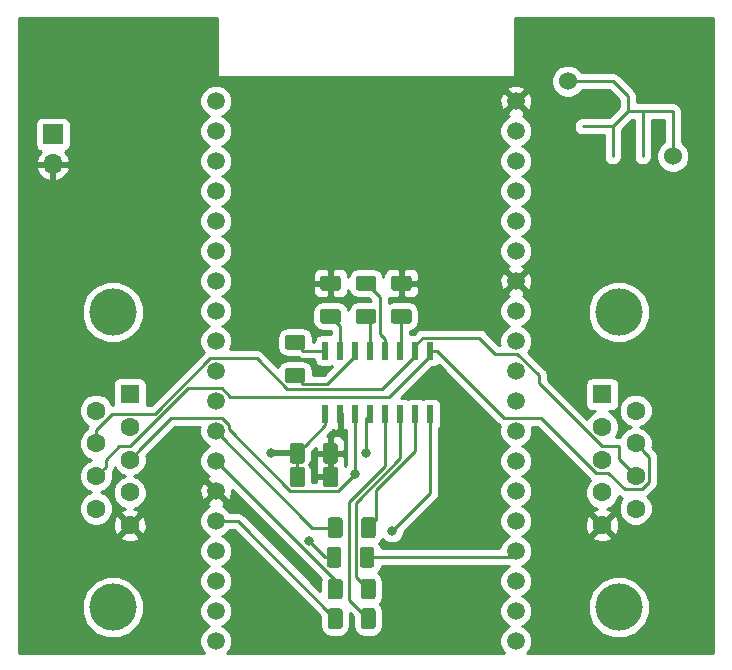
<source format=gbr>
G04 #@! TF.GenerationSoftware,KiCad,Pcbnew,5.0.2+dfsg1-1*
G04 #@! TF.CreationDate,2020-04-16T16:50:33+12:00*
G04 #@! TF.ProjectId,Wireless232,57697265-6c65-4737-9332-33322e6b6963,rev?*
G04 #@! TF.SameCoordinates,Original*
G04 #@! TF.FileFunction,Copper,L2,Bot*
G04 #@! TF.FilePolarity,Positive*
%FSLAX46Y46*%
G04 Gerber Fmt 4.6, Leading zero omitted, Abs format (unit mm)*
G04 Created by KiCad (PCBNEW 5.0.2+dfsg1-1) date Thu 16 Apr 2020 16:50:33 NZST*
%MOMM*%
%LPD*%
G01*
G04 APERTURE LIST*
G04 #@! TA.AperFunction,EtchedComponent*
%ADD10C,0.250000*%
G04 #@! TD*
G04 #@! TA.AperFunction,ComponentPad*
%ADD11C,1.500000*%
G04 #@! TD*
G04 #@! TA.AperFunction,ViaPad*
%ADD12C,1.524000*%
G04 #@! TD*
G04 #@! TA.AperFunction,Conductor*
%ADD13C,0.100000*%
G04 #@! TD*
G04 #@! TA.AperFunction,SMDPad,CuDef*
%ADD14C,1.250000*%
G04 #@! TD*
G04 #@! TA.AperFunction,ComponentPad*
%ADD15R,1.600000X1.600000*%
G04 #@! TD*
G04 #@! TA.AperFunction,ComponentPad*
%ADD16C,1.600000*%
G04 #@! TD*
G04 #@! TA.AperFunction,ComponentPad*
%ADD17C,4.000000*%
G04 #@! TD*
G04 #@! TA.AperFunction,ComponentPad*
%ADD18R,1.700000X1.700000*%
G04 #@! TD*
G04 #@! TA.AperFunction,ComponentPad*
%ADD19O,1.700000X1.700000*%
G04 #@! TD*
G04 #@! TA.AperFunction,SMDPad,CuDef*
%ADD20R,0.600000X1.500000*%
G04 #@! TD*
G04 #@! TA.AperFunction,ViaPad*
%ADD21C,0.800000*%
G04 #@! TD*
G04 #@! TA.AperFunction,Conductor*
%ADD22C,0.250000*%
G04 #@! TD*
G04 #@! TA.AperFunction,Conductor*
%ADD23C,0.500000*%
G04 #@! TD*
G04 #@! TA.AperFunction,Conductor*
%ADD24C,0.254000*%
G04 #@! TD*
G04 APERTURE END LIST*
D10*
G04 #@! TO.C,SYM1*
X150990000Y-64040000D02*
X150990000Y-67850000D01*
X150990000Y-64040000D02*
X147180000Y-64040000D01*
X147180000Y-64040000D02*
X145910000Y-65310000D01*
X145910000Y-65310000D02*
X143370000Y-65310000D01*
X145910000Y-65310000D02*
X145910000Y-67850000D01*
X148450000Y-64040000D02*
X148450000Y-67850000D01*
X147180000Y-64040000D02*
X147180000Y-62770000D01*
X147180000Y-62770000D02*
X145910000Y-61500000D01*
X145910000Y-61500000D02*
X142100000Y-61500000D01*
G04 #@! TD*
D11*
G04 #@! TO.P,U1,38*
G04 #@! TO.N,GND*
X137700000Y-63180000D03*
G04 #@! TO.P,U1,37*
G04 #@! TO.N,Net-(U1-Pad37)*
X137700000Y-65720000D03*
G04 #@! TO.P,U1,36*
G04 #@! TO.N,Net-(U1-Pad36)*
X137700000Y-68260000D03*
G04 #@! TO.P,U1,35*
G04 #@! TO.N,Net-(U1-Pad35)*
X137700000Y-70800000D03*
G04 #@! TO.P,U1,34*
G04 #@! TO.N,Net-(U1-Pad34)*
X137700000Y-73340000D03*
G04 #@! TO.P,U1,33*
G04 #@! TO.N,Net-(U1-Pad33)*
X137700000Y-75880000D03*
G04 #@! TO.P,U1,32*
G04 #@! TO.N,GND*
X137700000Y-78420000D03*
G04 #@! TO.P,U1,31*
G04 #@! TO.N,Net-(U1-Pad31)*
X137700000Y-80960000D03*
G04 #@! TO.P,U1,30*
G04 #@! TO.N,Net-(U1-Pad30)*
X137700000Y-83500000D03*
G04 #@! TO.P,U1,29*
G04 #@! TO.N,Net-(U1-Pad29)*
X137700000Y-86040000D03*
G04 #@! TO.P,U1,28*
G04 #@! TO.N,Net-(U1-Pad28)*
X137700000Y-88580000D03*
G04 #@! TO.P,U1,27*
G04 #@! TO.N,Net-(U1-Pad27)*
X137700000Y-91120000D03*
G04 #@! TO.P,U1,26*
G04 #@! TO.N,Net-(U1-Pad26)*
X137700000Y-93660000D03*
G04 #@! TO.P,U1,25*
G04 #@! TO.N,Net-(U1-Pad25)*
X137700000Y-96200000D03*
G04 #@! TO.P,U1,24*
G04 #@! TO.N,Net-(U1-Pad24)*
X137700000Y-98740000D03*
G04 #@! TO.P,U1,23*
G04 #@! TO.N,Net-(R2-Pad2)*
X137700000Y-101280000D03*
G04 #@! TO.P,U1,22*
G04 #@! TO.N,Net-(U1-Pad22)*
X137700000Y-103820000D03*
G04 #@! TO.P,U1,21*
G04 #@! TO.N,Net-(U1-Pad21)*
X137700000Y-106360000D03*
G04 #@! TO.P,U1,20*
G04 #@! TO.N,Net-(U1-Pad20)*
X137700000Y-108900000D03*
G04 #@! TO.P,U1,19*
G04 #@! TO.N,+5V*
X112300000Y-108900000D03*
G04 #@! TO.P,U1,18*
G04 #@! TO.N,Net-(U1-Pad18)*
X112300000Y-106360000D03*
G04 #@! TO.P,U1,17*
G04 #@! TO.N,Net-(U1-Pad17)*
X112300000Y-103820000D03*
G04 #@! TO.P,U1,16*
G04 #@! TO.N,Net-(U1-Pad16)*
X112300000Y-101280000D03*
G04 #@! TO.P,U1,15*
G04 #@! TO.N,Net-(R1-Pad2)*
X112300000Y-98740000D03*
G04 #@! TO.P,U1,14*
G04 #@! TO.N,GND*
X112300000Y-96200000D03*
G04 #@! TO.P,U1,13*
G04 #@! TO.N,Net-(R3-Pad2)*
X112300000Y-93660000D03*
G04 #@! TO.P,U1,12*
G04 #@! TO.N,Net-(R4-Pad2)*
X112300000Y-91120000D03*
G04 #@! TO.P,U1,11*
G04 #@! TO.N,Net-(U1-Pad11)*
X112300000Y-88580000D03*
G04 #@! TO.P,U1,10*
G04 #@! TO.N,Net-(U1-Pad10)*
X112300000Y-86040000D03*
G04 #@! TO.P,U1,9*
G04 #@! TO.N,Net-(U1-Pad9)*
X112300000Y-83500000D03*
G04 #@! TO.P,U1,8*
G04 #@! TO.N,Net-(U1-Pad8)*
X112300000Y-80960000D03*
G04 #@! TO.P,U1,7*
G04 #@! TO.N,Net-(U1-Pad7)*
X112300000Y-78420000D03*
G04 #@! TO.P,U1,6*
G04 #@! TO.N,Net-(U1-Pad6)*
X112300000Y-75880000D03*
G04 #@! TO.P,U1,5*
G04 #@! TO.N,Net-(U1-Pad5)*
X112300000Y-73340000D03*
G04 #@! TO.P,U1,4*
G04 #@! TO.N,Net-(U1-Pad4)*
X112300000Y-70800000D03*
G04 #@! TO.P,U1,3*
G04 #@! TO.N,Net-(U1-Pad3)*
X112300000Y-68260000D03*
G04 #@! TO.P,U1,2*
G04 #@! TO.N,Net-(U1-Pad2)*
X112300000Y-65720000D03*
G04 #@! TO.P,U1,1*
G04 #@! TO.N,Net-(U1-Pad1)*
X112300000Y-63180000D03*
G04 #@! TD*
D12*
G04 #@! TO.N,*
G04 #@! TO.C,SYM1*
X142100000Y-61500000D03*
X150990000Y-67850000D03*
G04 #@! TD*
D13*
G04 #@! TO.N,Net-(R4-Pad2)*
G04 #@! TO.C,R4*
G36*
X122799504Y-98426204D02*
X122823773Y-98429804D01*
X122847571Y-98435765D01*
X122870671Y-98444030D01*
X122892849Y-98454520D01*
X122913893Y-98467133D01*
X122933598Y-98481747D01*
X122951777Y-98498223D01*
X122968253Y-98516402D01*
X122982867Y-98536107D01*
X122995480Y-98557151D01*
X123005970Y-98579329D01*
X123014235Y-98602429D01*
X123020196Y-98626227D01*
X123023796Y-98650496D01*
X123025000Y-98675000D01*
X123025000Y-99925000D01*
X123023796Y-99949504D01*
X123020196Y-99973773D01*
X123014235Y-99997571D01*
X123005970Y-100020671D01*
X122995480Y-100042849D01*
X122982867Y-100063893D01*
X122968253Y-100083598D01*
X122951777Y-100101777D01*
X122933598Y-100118253D01*
X122913893Y-100132867D01*
X122892849Y-100145480D01*
X122870671Y-100155970D01*
X122847571Y-100164235D01*
X122823773Y-100170196D01*
X122799504Y-100173796D01*
X122775000Y-100175000D01*
X122025000Y-100175000D01*
X122000496Y-100173796D01*
X121976227Y-100170196D01*
X121952429Y-100164235D01*
X121929329Y-100155970D01*
X121907151Y-100145480D01*
X121886107Y-100132867D01*
X121866402Y-100118253D01*
X121848223Y-100101777D01*
X121831747Y-100083598D01*
X121817133Y-100063893D01*
X121804520Y-100042849D01*
X121794030Y-100020671D01*
X121785765Y-99997571D01*
X121779804Y-99973773D01*
X121776204Y-99949504D01*
X121775000Y-99925000D01*
X121775000Y-98675000D01*
X121776204Y-98650496D01*
X121779804Y-98626227D01*
X121785765Y-98602429D01*
X121794030Y-98579329D01*
X121804520Y-98557151D01*
X121817133Y-98536107D01*
X121831747Y-98516402D01*
X121848223Y-98498223D01*
X121866402Y-98481747D01*
X121886107Y-98467133D01*
X121907151Y-98454520D01*
X121929329Y-98444030D01*
X121952429Y-98435765D01*
X121976227Y-98429804D01*
X122000496Y-98426204D01*
X122025000Y-98425000D01*
X122775000Y-98425000D01*
X122799504Y-98426204D01*
X122799504Y-98426204D01*
G37*
D14*
G04 #@! TD*
G04 #@! TO.P,R4,2*
G04 #@! TO.N,Net-(R4-Pad2)*
X122400000Y-99300000D03*
D13*
G04 #@! TO.N,Net-(R4-Pad1)*
G04 #@! TO.C,R4*
G36*
X125599504Y-98426204D02*
X125623773Y-98429804D01*
X125647571Y-98435765D01*
X125670671Y-98444030D01*
X125692849Y-98454520D01*
X125713893Y-98467133D01*
X125733598Y-98481747D01*
X125751777Y-98498223D01*
X125768253Y-98516402D01*
X125782867Y-98536107D01*
X125795480Y-98557151D01*
X125805970Y-98579329D01*
X125814235Y-98602429D01*
X125820196Y-98626227D01*
X125823796Y-98650496D01*
X125825000Y-98675000D01*
X125825000Y-99925000D01*
X125823796Y-99949504D01*
X125820196Y-99973773D01*
X125814235Y-99997571D01*
X125805970Y-100020671D01*
X125795480Y-100042849D01*
X125782867Y-100063893D01*
X125768253Y-100083598D01*
X125751777Y-100101777D01*
X125733598Y-100118253D01*
X125713893Y-100132867D01*
X125692849Y-100145480D01*
X125670671Y-100155970D01*
X125647571Y-100164235D01*
X125623773Y-100170196D01*
X125599504Y-100173796D01*
X125575000Y-100175000D01*
X124825000Y-100175000D01*
X124800496Y-100173796D01*
X124776227Y-100170196D01*
X124752429Y-100164235D01*
X124729329Y-100155970D01*
X124707151Y-100145480D01*
X124686107Y-100132867D01*
X124666402Y-100118253D01*
X124648223Y-100101777D01*
X124631747Y-100083598D01*
X124617133Y-100063893D01*
X124604520Y-100042849D01*
X124594030Y-100020671D01*
X124585765Y-99997571D01*
X124579804Y-99973773D01*
X124576204Y-99949504D01*
X124575000Y-99925000D01*
X124575000Y-98675000D01*
X124576204Y-98650496D01*
X124579804Y-98626227D01*
X124585765Y-98602429D01*
X124594030Y-98579329D01*
X124604520Y-98557151D01*
X124617133Y-98536107D01*
X124631747Y-98516402D01*
X124648223Y-98498223D01*
X124666402Y-98481747D01*
X124686107Y-98467133D01*
X124707151Y-98454520D01*
X124729329Y-98444030D01*
X124752429Y-98435765D01*
X124776227Y-98429804D01*
X124800496Y-98426204D01*
X124825000Y-98425000D01*
X125575000Y-98425000D01*
X125599504Y-98426204D01*
X125599504Y-98426204D01*
G37*
D14*
G04 #@! TD*
G04 #@! TO.P,R4,1*
G04 #@! TO.N,Net-(R4-Pad1)*
X125200000Y-99300000D03*
D13*
G04 #@! TO.N,Net-(R3-Pad1)*
G04 #@! TO.C,R3*
G36*
X125599504Y-103626204D02*
X125623773Y-103629804D01*
X125647571Y-103635765D01*
X125670671Y-103644030D01*
X125692849Y-103654520D01*
X125713893Y-103667133D01*
X125733598Y-103681747D01*
X125751777Y-103698223D01*
X125768253Y-103716402D01*
X125782867Y-103736107D01*
X125795480Y-103757151D01*
X125805970Y-103779329D01*
X125814235Y-103802429D01*
X125820196Y-103826227D01*
X125823796Y-103850496D01*
X125825000Y-103875000D01*
X125825000Y-105125000D01*
X125823796Y-105149504D01*
X125820196Y-105173773D01*
X125814235Y-105197571D01*
X125805970Y-105220671D01*
X125795480Y-105242849D01*
X125782867Y-105263893D01*
X125768253Y-105283598D01*
X125751777Y-105301777D01*
X125733598Y-105318253D01*
X125713893Y-105332867D01*
X125692849Y-105345480D01*
X125670671Y-105355970D01*
X125647571Y-105364235D01*
X125623773Y-105370196D01*
X125599504Y-105373796D01*
X125575000Y-105375000D01*
X124825000Y-105375000D01*
X124800496Y-105373796D01*
X124776227Y-105370196D01*
X124752429Y-105364235D01*
X124729329Y-105355970D01*
X124707151Y-105345480D01*
X124686107Y-105332867D01*
X124666402Y-105318253D01*
X124648223Y-105301777D01*
X124631747Y-105283598D01*
X124617133Y-105263893D01*
X124604520Y-105242849D01*
X124594030Y-105220671D01*
X124585765Y-105197571D01*
X124579804Y-105173773D01*
X124576204Y-105149504D01*
X124575000Y-105125000D01*
X124575000Y-103875000D01*
X124576204Y-103850496D01*
X124579804Y-103826227D01*
X124585765Y-103802429D01*
X124594030Y-103779329D01*
X124604520Y-103757151D01*
X124617133Y-103736107D01*
X124631747Y-103716402D01*
X124648223Y-103698223D01*
X124666402Y-103681747D01*
X124686107Y-103667133D01*
X124707151Y-103654520D01*
X124729329Y-103644030D01*
X124752429Y-103635765D01*
X124776227Y-103629804D01*
X124800496Y-103626204D01*
X124825000Y-103625000D01*
X125575000Y-103625000D01*
X125599504Y-103626204D01*
X125599504Y-103626204D01*
G37*
D14*
G04 #@! TD*
G04 #@! TO.P,R3,1*
G04 #@! TO.N,Net-(R3-Pad1)*
X125200000Y-104500000D03*
D13*
G04 #@! TO.N,Net-(R3-Pad2)*
G04 #@! TO.C,R3*
G36*
X122799504Y-103626204D02*
X122823773Y-103629804D01*
X122847571Y-103635765D01*
X122870671Y-103644030D01*
X122892849Y-103654520D01*
X122913893Y-103667133D01*
X122933598Y-103681747D01*
X122951777Y-103698223D01*
X122968253Y-103716402D01*
X122982867Y-103736107D01*
X122995480Y-103757151D01*
X123005970Y-103779329D01*
X123014235Y-103802429D01*
X123020196Y-103826227D01*
X123023796Y-103850496D01*
X123025000Y-103875000D01*
X123025000Y-105125000D01*
X123023796Y-105149504D01*
X123020196Y-105173773D01*
X123014235Y-105197571D01*
X123005970Y-105220671D01*
X122995480Y-105242849D01*
X122982867Y-105263893D01*
X122968253Y-105283598D01*
X122951777Y-105301777D01*
X122933598Y-105318253D01*
X122913893Y-105332867D01*
X122892849Y-105345480D01*
X122870671Y-105355970D01*
X122847571Y-105364235D01*
X122823773Y-105370196D01*
X122799504Y-105373796D01*
X122775000Y-105375000D01*
X122025000Y-105375000D01*
X122000496Y-105373796D01*
X121976227Y-105370196D01*
X121952429Y-105364235D01*
X121929329Y-105355970D01*
X121907151Y-105345480D01*
X121886107Y-105332867D01*
X121866402Y-105318253D01*
X121848223Y-105301777D01*
X121831747Y-105283598D01*
X121817133Y-105263893D01*
X121804520Y-105242849D01*
X121794030Y-105220671D01*
X121785765Y-105197571D01*
X121779804Y-105173773D01*
X121776204Y-105149504D01*
X121775000Y-105125000D01*
X121775000Y-103875000D01*
X121776204Y-103850496D01*
X121779804Y-103826227D01*
X121785765Y-103802429D01*
X121794030Y-103779329D01*
X121804520Y-103757151D01*
X121817133Y-103736107D01*
X121831747Y-103716402D01*
X121848223Y-103698223D01*
X121866402Y-103681747D01*
X121886107Y-103667133D01*
X121907151Y-103654520D01*
X121929329Y-103644030D01*
X121952429Y-103635765D01*
X121976227Y-103629804D01*
X122000496Y-103626204D01*
X122025000Y-103625000D01*
X122775000Y-103625000D01*
X122799504Y-103626204D01*
X122799504Y-103626204D01*
G37*
D14*
G04 #@! TD*
G04 #@! TO.P,R3,2*
G04 #@! TO.N,Net-(R3-Pad2)*
X122400000Y-104500000D03*
D13*
G04 #@! TO.N,Net-(R2-Pad2)*
G04 #@! TO.C,R2*
G36*
X125499504Y-100926204D02*
X125523773Y-100929804D01*
X125547571Y-100935765D01*
X125570671Y-100944030D01*
X125592849Y-100954520D01*
X125613893Y-100967133D01*
X125633598Y-100981747D01*
X125651777Y-100998223D01*
X125668253Y-101016402D01*
X125682867Y-101036107D01*
X125695480Y-101057151D01*
X125705970Y-101079329D01*
X125714235Y-101102429D01*
X125720196Y-101126227D01*
X125723796Y-101150496D01*
X125725000Y-101175000D01*
X125725000Y-102425000D01*
X125723796Y-102449504D01*
X125720196Y-102473773D01*
X125714235Y-102497571D01*
X125705970Y-102520671D01*
X125695480Y-102542849D01*
X125682867Y-102563893D01*
X125668253Y-102583598D01*
X125651777Y-102601777D01*
X125633598Y-102618253D01*
X125613893Y-102632867D01*
X125592849Y-102645480D01*
X125570671Y-102655970D01*
X125547571Y-102664235D01*
X125523773Y-102670196D01*
X125499504Y-102673796D01*
X125475000Y-102675000D01*
X124725000Y-102675000D01*
X124700496Y-102673796D01*
X124676227Y-102670196D01*
X124652429Y-102664235D01*
X124629329Y-102655970D01*
X124607151Y-102645480D01*
X124586107Y-102632867D01*
X124566402Y-102618253D01*
X124548223Y-102601777D01*
X124531747Y-102583598D01*
X124517133Y-102563893D01*
X124504520Y-102542849D01*
X124494030Y-102520671D01*
X124485765Y-102497571D01*
X124479804Y-102473773D01*
X124476204Y-102449504D01*
X124475000Y-102425000D01*
X124475000Y-101175000D01*
X124476204Y-101150496D01*
X124479804Y-101126227D01*
X124485765Y-101102429D01*
X124494030Y-101079329D01*
X124504520Y-101057151D01*
X124517133Y-101036107D01*
X124531747Y-101016402D01*
X124548223Y-100998223D01*
X124566402Y-100981747D01*
X124586107Y-100967133D01*
X124607151Y-100954520D01*
X124629329Y-100944030D01*
X124652429Y-100935765D01*
X124676227Y-100929804D01*
X124700496Y-100926204D01*
X124725000Y-100925000D01*
X125475000Y-100925000D01*
X125499504Y-100926204D01*
X125499504Y-100926204D01*
G37*
D14*
G04 #@! TD*
G04 #@! TO.P,R2,2*
G04 #@! TO.N,Net-(R2-Pad2)*
X125100000Y-101800000D03*
D13*
G04 #@! TO.N,Net-(R2-Pad1)*
G04 #@! TO.C,R2*
G36*
X122699504Y-100926204D02*
X122723773Y-100929804D01*
X122747571Y-100935765D01*
X122770671Y-100944030D01*
X122792849Y-100954520D01*
X122813893Y-100967133D01*
X122833598Y-100981747D01*
X122851777Y-100998223D01*
X122868253Y-101016402D01*
X122882867Y-101036107D01*
X122895480Y-101057151D01*
X122905970Y-101079329D01*
X122914235Y-101102429D01*
X122920196Y-101126227D01*
X122923796Y-101150496D01*
X122925000Y-101175000D01*
X122925000Y-102425000D01*
X122923796Y-102449504D01*
X122920196Y-102473773D01*
X122914235Y-102497571D01*
X122905970Y-102520671D01*
X122895480Y-102542849D01*
X122882867Y-102563893D01*
X122868253Y-102583598D01*
X122851777Y-102601777D01*
X122833598Y-102618253D01*
X122813893Y-102632867D01*
X122792849Y-102645480D01*
X122770671Y-102655970D01*
X122747571Y-102664235D01*
X122723773Y-102670196D01*
X122699504Y-102673796D01*
X122675000Y-102675000D01*
X121925000Y-102675000D01*
X121900496Y-102673796D01*
X121876227Y-102670196D01*
X121852429Y-102664235D01*
X121829329Y-102655970D01*
X121807151Y-102645480D01*
X121786107Y-102632867D01*
X121766402Y-102618253D01*
X121748223Y-102601777D01*
X121731747Y-102583598D01*
X121717133Y-102563893D01*
X121704520Y-102542849D01*
X121694030Y-102520671D01*
X121685765Y-102497571D01*
X121679804Y-102473773D01*
X121676204Y-102449504D01*
X121675000Y-102425000D01*
X121675000Y-101175000D01*
X121676204Y-101150496D01*
X121679804Y-101126227D01*
X121685765Y-101102429D01*
X121694030Y-101079329D01*
X121704520Y-101057151D01*
X121717133Y-101036107D01*
X121731747Y-101016402D01*
X121748223Y-100998223D01*
X121766402Y-100981747D01*
X121786107Y-100967133D01*
X121807151Y-100954520D01*
X121829329Y-100944030D01*
X121852429Y-100935765D01*
X121876227Y-100929804D01*
X121900496Y-100926204D01*
X121925000Y-100925000D01*
X122675000Y-100925000D01*
X122699504Y-100926204D01*
X122699504Y-100926204D01*
G37*
D14*
G04 #@! TD*
G04 #@! TO.P,R2,1*
G04 #@! TO.N,Net-(R2-Pad1)*
X122300000Y-101800000D03*
D13*
G04 #@! TO.N,Net-(R1-Pad1)*
G04 #@! TO.C,R1*
G36*
X125599504Y-106126204D02*
X125623773Y-106129804D01*
X125647571Y-106135765D01*
X125670671Y-106144030D01*
X125692849Y-106154520D01*
X125713893Y-106167133D01*
X125733598Y-106181747D01*
X125751777Y-106198223D01*
X125768253Y-106216402D01*
X125782867Y-106236107D01*
X125795480Y-106257151D01*
X125805970Y-106279329D01*
X125814235Y-106302429D01*
X125820196Y-106326227D01*
X125823796Y-106350496D01*
X125825000Y-106375000D01*
X125825000Y-107625000D01*
X125823796Y-107649504D01*
X125820196Y-107673773D01*
X125814235Y-107697571D01*
X125805970Y-107720671D01*
X125795480Y-107742849D01*
X125782867Y-107763893D01*
X125768253Y-107783598D01*
X125751777Y-107801777D01*
X125733598Y-107818253D01*
X125713893Y-107832867D01*
X125692849Y-107845480D01*
X125670671Y-107855970D01*
X125647571Y-107864235D01*
X125623773Y-107870196D01*
X125599504Y-107873796D01*
X125575000Y-107875000D01*
X124825000Y-107875000D01*
X124800496Y-107873796D01*
X124776227Y-107870196D01*
X124752429Y-107864235D01*
X124729329Y-107855970D01*
X124707151Y-107845480D01*
X124686107Y-107832867D01*
X124666402Y-107818253D01*
X124648223Y-107801777D01*
X124631747Y-107783598D01*
X124617133Y-107763893D01*
X124604520Y-107742849D01*
X124594030Y-107720671D01*
X124585765Y-107697571D01*
X124579804Y-107673773D01*
X124576204Y-107649504D01*
X124575000Y-107625000D01*
X124575000Y-106375000D01*
X124576204Y-106350496D01*
X124579804Y-106326227D01*
X124585765Y-106302429D01*
X124594030Y-106279329D01*
X124604520Y-106257151D01*
X124617133Y-106236107D01*
X124631747Y-106216402D01*
X124648223Y-106198223D01*
X124666402Y-106181747D01*
X124686107Y-106167133D01*
X124707151Y-106154520D01*
X124729329Y-106144030D01*
X124752429Y-106135765D01*
X124776227Y-106129804D01*
X124800496Y-106126204D01*
X124825000Y-106125000D01*
X125575000Y-106125000D01*
X125599504Y-106126204D01*
X125599504Y-106126204D01*
G37*
D14*
G04 #@! TD*
G04 #@! TO.P,R1,1*
G04 #@! TO.N,Net-(R1-Pad1)*
X125200000Y-107000000D03*
D13*
G04 #@! TO.N,Net-(R1-Pad2)*
G04 #@! TO.C,R1*
G36*
X122799504Y-106126204D02*
X122823773Y-106129804D01*
X122847571Y-106135765D01*
X122870671Y-106144030D01*
X122892849Y-106154520D01*
X122913893Y-106167133D01*
X122933598Y-106181747D01*
X122951777Y-106198223D01*
X122968253Y-106216402D01*
X122982867Y-106236107D01*
X122995480Y-106257151D01*
X123005970Y-106279329D01*
X123014235Y-106302429D01*
X123020196Y-106326227D01*
X123023796Y-106350496D01*
X123025000Y-106375000D01*
X123025000Y-107625000D01*
X123023796Y-107649504D01*
X123020196Y-107673773D01*
X123014235Y-107697571D01*
X123005970Y-107720671D01*
X122995480Y-107742849D01*
X122982867Y-107763893D01*
X122968253Y-107783598D01*
X122951777Y-107801777D01*
X122933598Y-107818253D01*
X122913893Y-107832867D01*
X122892849Y-107845480D01*
X122870671Y-107855970D01*
X122847571Y-107864235D01*
X122823773Y-107870196D01*
X122799504Y-107873796D01*
X122775000Y-107875000D01*
X122025000Y-107875000D01*
X122000496Y-107873796D01*
X121976227Y-107870196D01*
X121952429Y-107864235D01*
X121929329Y-107855970D01*
X121907151Y-107845480D01*
X121886107Y-107832867D01*
X121866402Y-107818253D01*
X121848223Y-107801777D01*
X121831747Y-107783598D01*
X121817133Y-107763893D01*
X121804520Y-107742849D01*
X121794030Y-107720671D01*
X121785765Y-107697571D01*
X121779804Y-107673773D01*
X121776204Y-107649504D01*
X121775000Y-107625000D01*
X121775000Y-106375000D01*
X121776204Y-106350496D01*
X121779804Y-106326227D01*
X121785765Y-106302429D01*
X121794030Y-106279329D01*
X121804520Y-106257151D01*
X121817133Y-106236107D01*
X121831747Y-106216402D01*
X121848223Y-106198223D01*
X121866402Y-106181747D01*
X121886107Y-106167133D01*
X121907151Y-106154520D01*
X121929329Y-106144030D01*
X121952429Y-106135765D01*
X121976227Y-106129804D01*
X122000496Y-106126204D01*
X122025000Y-106125000D01*
X122775000Y-106125000D01*
X122799504Y-106126204D01*
X122799504Y-106126204D01*
G37*
D14*
G04 #@! TD*
G04 #@! TO.P,R1,2*
G04 #@! TO.N,Net-(R1-Pad2)*
X122400000Y-107000000D03*
D13*
G04 #@! TO.N,Net-(C6-Pad2)*
G04 #@! TO.C,C6*
G36*
X128649504Y-80776204D02*
X128673773Y-80779804D01*
X128697571Y-80785765D01*
X128720671Y-80794030D01*
X128742849Y-80804520D01*
X128763893Y-80817133D01*
X128783598Y-80831747D01*
X128801777Y-80848223D01*
X128818253Y-80866402D01*
X128832867Y-80886107D01*
X128845480Y-80907151D01*
X128855970Y-80929329D01*
X128864235Y-80952429D01*
X128870196Y-80976227D01*
X128873796Y-81000496D01*
X128875000Y-81025000D01*
X128875000Y-81775000D01*
X128873796Y-81799504D01*
X128870196Y-81823773D01*
X128864235Y-81847571D01*
X128855970Y-81870671D01*
X128845480Y-81892849D01*
X128832867Y-81913893D01*
X128818253Y-81933598D01*
X128801777Y-81951777D01*
X128783598Y-81968253D01*
X128763893Y-81982867D01*
X128742849Y-81995480D01*
X128720671Y-82005970D01*
X128697571Y-82014235D01*
X128673773Y-82020196D01*
X128649504Y-82023796D01*
X128625000Y-82025000D01*
X127375000Y-82025000D01*
X127350496Y-82023796D01*
X127326227Y-82020196D01*
X127302429Y-82014235D01*
X127279329Y-82005970D01*
X127257151Y-81995480D01*
X127236107Y-81982867D01*
X127216402Y-81968253D01*
X127198223Y-81951777D01*
X127181747Y-81933598D01*
X127167133Y-81913893D01*
X127154520Y-81892849D01*
X127144030Y-81870671D01*
X127135765Y-81847571D01*
X127129804Y-81823773D01*
X127126204Y-81799504D01*
X127125000Y-81775000D01*
X127125000Y-81025000D01*
X127126204Y-81000496D01*
X127129804Y-80976227D01*
X127135765Y-80952429D01*
X127144030Y-80929329D01*
X127154520Y-80907151D01*
X127167133Y-80886107D01*
X127181747Y-80866402D01*
X127198223Y-80848223D01*
X127216402Y-80831747D01*
X127236107Y-80817133D01*
X127257151Y-80804520D01*
X127279329Y-80794030D01*
X127302429Y-80785765D01*
X127326227Y-80779804D01*
X127350496Y-80776204D01*
X127375000Y-80775000D01*
X128625000Y-80775000D01*
X128649504Y-80776204D01*
X128649504Y-80776204D01*
G37*
D14*
G04 #@! TD*
G04 #@! TO.P,C6,2*
G04 #@! TO.N,Net-(C6-Pad2)*
X128000000Y-81400000D03*
D13*
G04 #@! TO.N,GND*
G04 #@! TO.C,C6*
G36*
X128649504Y-77976204D02*
X128673773Y-77979804D01*
X128697571Y-77985765D01*
X128720671Y-77994030D01*
X128742849Y-78004520D01*
X128763893Y-78017133D01*
X128783598Y-78031747D01*
X128801777Y-78048223D01*
X128818253Y-78066402D01*
X128832867Y-78086107D01*
X128845480Y-78107151D01*
X128855970Y-78129329D01*
X128864235Y-78152429D01*
X128870196Y-78176227D01*
X128873796Y-78200496D01*
X128875000Y-78225000D01*
X128875000Y-78975000D01*
X128873796Y-78999504D01*
X128870196Y-79023773D01*
X128864235Y-79047571D01*
X128855970Y-79070671D01*
X128845480Y-79092849D01*
X128832867Y-79113893D01*
X128818253Y-79133598D01*
X128801777Y-79151777D01*
X128783598Y-79168253D01*
X128763893Y-79182867D01*
X128742849Y-79195480D01*
X128720671Y-79205970D01*
X128697571Y-79214235D01*
X128673773Y-79220196D01*
X128649504Y-79223796D01*
X128625000Y-79225000D01*
X127375000Y-79225000D01*
X127350496Y-79223796D01*
X127326227Y-79220196D01*
X127302429Y-79214235D01*
X127279329Y-79205970D01*
X127257151Y-79195480D01*
X127236107Y-79182867D01*
X127216402Y-79168253D01*
X127198223Y-79151777D01*
X127181747Y-79133598D01*
X127167133Y-79113893D01*
X127154520Y-79092849D01*
X127144030Y-79070671D01*
X127135765Y-79047571D01*
X127129804Y-79023773D01*
X127126204Y-78999504D01*
X127125000Y-78975000D01*
X127125000Y-78225000D01*
X127126204Y-78200496D01*
X127129804Y-78176227D01*
X127135765Y-78152429D01*
X127144030Y-78129329D01*
X127154520Y-78107151D01*
X127167133Y-78086107D01*
X127181747Y-78066402D01*
X127198223Y-78048223D01*
X127216402Y-78031747D01*
X127236107Y-78017133D01*
X127257151Y-78004520D01*
X127279329Y-77994030D01*
X127302429Y-77985765D01*
X127326227Y-77979804D01*
X127350496Y-77976204D01*
X127375000Y-77975000D01*
X128625000Y-77975000D01*
X128649504Y-77976204D01*
X128649504Y-77976204D01*
G37*
D14*
G04 #@! TD*
G04 #@! TO.P,C6,1*
G04 #@! TO.N,GND*
X128000000Y-78600000D03*
D13*
G04 #@! TO.N,GND*
G04 #@! TO.C,C5*
G36*
X122649504Y-77976204D02*
X122673773Y-77979804D01*
X122697571Y-77985765D01*
X122720671Y-77994030D01*
X122742849Y-78004520D01*
X122763893Y-78017133D01*
X122783598Y-78031747D01*
X122801777Y-78048223D01*
X122818253Y-78066402D01*
X122832867Y-78086107D01*
X122845480Y-78107151D01*
X122855970Y-78129329D01*
X122864235Y-78152429D01*
X122870196Y-78176227D01*
X122873796Y-78200496D01*
X122875000Y-78225000D01*
X122875000Y-78975000D01*
X122873796Y-78999504D01*
X122870196Y-79023773D01*
X122864235Y-79047571D01*
X122855970Y-79070671D01*
X122845480Y-79092849D01*
X122832867Y-79113893D01*
X122818253Y-79133598D01*
X122801777Y-79151777D01*
X122783598Y-79168253D01*
X122763893Y-79182867D01*
X122742849Y-79195480D01*
X122720671Y-79205970D01*
X122697571Y-79214235D01*
X122673773Y-79220196D01*
X122649504Y-79223796D01*
X122625000Y-79225000D01*
X121375000Y-79225000D01*
X121350496Y-79223796D01*
X121326227Y-79220196D01*
X121302429Y-79214235D01*
X121279329Y-79205970D01*
X121257151Y-79195480D01*
X121236107Y-79182867D01*
X121216402Y-79168253D01*
X121198223Y-79151777D01*
X121181747Y-79133598D01*
X121167133Y-79113893D01*
X121154520Y-79092849D01*
X121144030Y-79070671D01*
X121135765Y-79047571D01*
X121129804Y-79023773D01*
X121126204Y-78999504D01*
X121125000Y-78975000D01*
X121125000Y-78225000D01*
X121126204Y-78200496D01*
X121129804Y-78176227D01*
X121135765Y-78152429D01*
X121144030Y-78129329D01*
X121154520Y-78107151D01*
X121167133Y-78086107D01*
X121181747Y-78066402D01*
X121198223Y-78048223D01*
X121216402Y-78031747D01*
X121236107Y-78017133D01*
X121257151Y-78004520D01*
X121279329Y-77994030D01*
X121302429Y-77985765D01*
X121326227Y-77979804D01*
X121350496Y-77976204D01*
X121375000Y-77975000D01*
X122625000Y-77975000D01*
X122649504Y-77976204D01*
X122649504Y-77976204D01*
G37*
D14*
G04 #@! TD*
G04 #@! TO.P,C5,1*
G04 #@! TO.N,GND*
X122000000Y-78600000D03*
D13*
G04 #@! TO.N,Net-(C5-Pad2)*
G04 #@! TO.C,C5*
G36*
X122649504Y-80776204D02*
X122673773Y-80779804D01*
X122697571Y-80785765D01*
X122720671Y-80794030D01*
X122742849Y-80804520D01*
X122763893Y-80817133D01*
X122783598Y-80831747D01*
X122801777Y-80848223D01*
X122818253Y-80866402D01*
X122832867Y-80886107D01*
X122845480Y-80907151D01*
X122855970Y-80929329D01*
X122864235Y-80952429D01*
X122870196Y-80976227D01*
X122873796Y-81000496D01*
X122875000Y-81025000D01*
X122875000Y-81775000D01*
X122873796Y-81799504D01*
X122870196Y-81823773D01*
X122864235Y-81847571D01*
X122855970Y-81870671D01*
X122845480Y-81892849D01*
X122832867Y-81913893D01*
X122818253Y-81933598D01*
X122801777Y-81951777D01*
X122783598Y-81968253D01*
X122763893Y-81982867D01*
X122742849Y-81995480D01*
X122720671Y-82005970D01*
X122697571Y-82014235D01*
X122673773Y-82020196D01*
X122649504Y-82023796D01*
X122625000Y-82025000D01*
X121375000Y-82025000D01*
X121350496Y-82023796D01*
X121326227Y-82020196D01*
X121302429Y-82014235D01*
X121279329Y-82005970D01*
X121257151Y-81995480D01*
X121236107Y-81982867D01*
X121216402Y-81968253D01*
X121198223Y-81951777D01*
X121181747Y-81933598D01*
X121167133Y-81913893D01*
X121154520Y-81892849D01*
X121144030Y-81870671D01*
X121135765Y-81847571D01*
X121129804Y-81823773D01*
X121126204Y-81799504D01*
X121125000Y-81775000D01*
X121125000Y-81025000D01*
X121126204Y-81000496D01*
X121129804Y-80976227D01*
X121135765Y-80952429D01*
X121144030Y-80929329D01*
X121154520Y-80907151D01*
X121167133Y-80886107D01*
X121181747Y-80866402D01*
X121198223Y-80848223D01*
X121216402Y-80831747D01*
X121236107Y-80817133D01*
X121257151Y-80804520D01*
X121279329Y-80794030D01*
X121302429Y-80785765D01*
X121326227Y-80779804D01*
X121350496Y-80776204D01*
X121375000Y-80775000D01*
X122625000Y-80775000D01*
X122649504Y-80776204D01*
X122649504Y-80776204D01*
G37*
D14*
G04 #@! TD*
G04 #@! TO.P,C5,2*
G04 #@! TO.N,Net-(C5-Pad2)*
X122000000Y-81400000D03*
D13*
G04 #@! TO.N,Net-(C4-Pad2)*
G04 #@! TO.C,C4*
G36*
X125649504Y-77976204D02*
X125673773Y-77979804D01*
X125697571Y-77985765D01*
X125720671Y-77994030D01*
X125742849Y-78004520D01*
X125763893Y-78017133D01*
X125783598Y-78031747D01*
X125801777Y-78048223D01*
X125818253Y-78066402D01*
X125832867Y-78086107D01*
X125845480Y-78107151D01*
X125855970Y-78129329D01*
X125864235Y-78152429D01*
X125870196Y-78176227D01*
X125873796Y-78200496D01*
X125875000Y-78225000D01*
X125875000Y-78975000D01*
X125873796Y-78999504D01*
X125870196Y-79023773D01*
X125864235Y-79047571D01*
X125855970Y-79070671D01*
X125845480Y-79092849D01*
X125832867Y-79113893D01*
X125818253Y-79133598D01*
X125801777Y-79151777D01*
X125783598Y-79168253D01*
X125763893Y-79182867D01*
X125742849Y-79195480D01*
X125720671Y-79205970D01*
X125697571Y-79214235D01*
X125673773Y-79220196D01*
X125649504Y-79223796D01*
X125625000Y-79225000D01*
X124375000Y-79225000D01*
X124350496Y-79223796D01*
X124326227Y-79220196D01*
X124302429Y-79214235D01*
X124279329Y-79205970D01*
X124257151Y-79195480D01*
X124236107Y-79182867D01*
X124216402Y-79168253D01*
X124198223Y-79151777D01*
X124181747Y-79133598D01*
X124167133Y-79113893D01*
X124154520Y-79092849D01*
X124144030Y-79070671D01*
X124135765Y-79047571D01*
X124129804Y-79023773D01*
X124126204Y-78999504D01*
X124125000Y-78975000D01*
X124125000Y-78225000D01*
X124126204Y-78200496D01*
X124129804Y-78176227D01*
X124135765Y-78152429D01*
X124144030Y-78129329D01*
X124154520Y-78107151D01*
X124167133Y-78086107D01*
X124181747Y-78066402D01*
X124198223Y-78048223D01*
X124216402Y-78031747D01*
X124236107Y-78017133D01*
X124257151Y-78004520D01*
X124279329Y-77994030D01*
X124302429Y-77985765D01*
X124326227Y-77979804D01*
X124350496Y-77976204D01*
X124375000Y-77975000D01*
X125625000Y-77975000D01*
X125649504Y-77976204D01*
X125649504Y-77976204D01*
G37*
D14*
G04 #@! TD*
G04 #@! TO.P,C4,2*
G04 #@! TO.N,Net-(C4-Pad2)*
X125000000Y-78600000D03*
D13*
G04 #@! TO.N,Net-(C4-Pad1)*
G04 #@! TO.C,C4*
G36*
X125649504Y-80776204D02*
X125673773Y-80779804D01*
X125697571Y-80785765D01*
X125720671Y-80794030D01*
X125742849Y-80804520D01*
X125763893Y-80817133D01*
X125783598Y-80831747D01*
X125801777Y-80848223D01*
X125818253Y-80866402D01*
X125832867Y-80886107D01*
X125845480Y-80907151D01*
X125855970Y-80929329D01*
X125864235Y-80952429D01*
X125870196Y-80976227D01*
X125873796Y-81000496D01*
X125875000Y-81025000D01*
X125875000Y-81775000D01*
X125873796Y-81799504D01*
X125870196Y-81823773D01*
X125864235Y-81847571D01*
X125855970Y-81870671D01*
X125845480Y-81892849D01*
X125832867Y-81913893D01*
X125818253Y-81933598D01*
X125801777Y-81951777D01*
X125783598Y-81968253D01*
X125763893Y-81982867D01*
X125742849Y-81995480D01*
X125720671Y-82005970D01*
X125697571Y-82014235D01*
X125673773Y-82020196D01*
X125649504Y-82023796D01*
X125625000Y-82025000D01*
X124375000Y-82025000D01*
X124350496Y-82023796D01*
X124326227Y-82020196D01*
X124302429Y-82014235D01*
X124279329Y-82005970D01*
X124257151Y-81995480D01*
X124236107Y-81982867D01*
X124216402Y-81968253D01*
X124198223Y-81951777D01*
X124181747Y-81933598D01*
X124167133Y-81913893D01*
X124154520Y-81892849D01*
X124144030Y-81870671D01*
X124135765Y-81847571D01*
X124129804Y-81823773D01*
X124126204Y-81799504D01*
X124125000Y-81775000D01*
X124125000Y-81025000D01*
X124126204Y-81000496D01*
X124129804Y-80976227D01*
X124135765Y-80952429D01*
X124144030Y-80929329D01*
X124154520Y-80907151D01*
X124167133Y-80886107D01*
X124181747Y-80866402D01*
X124198223Y-80848223D01*
X124216402Y-80831747D01*
X124236107Y-80817133D01*
X124257151Y-80804520D01*
X124279329Y-80794030D01*
X124302429Y-80785765D01*
X124326227Y-80779804D01*
X124350496Y-80776204D01*
X124375000Y-80775000D01*
X125625000Y-80775000D01*
X125649504Y-80776204D01*
X125649504Y-80776204D01*
G37*
D14*
G04 #@! TD*
G04 #@! TO.P,C4,1*
G04 #@! TO.N,Net-(C4-Pad1)*
X125000000Y-81400000D03*
D13*
G04 #@! TO.N,+5V*
G04 #@! TO.C,C3*
G36*
X119599504Y-92126204D02*
X119623773Y-92129804D01*
X119647571Y-92135765D01*
X119670671Y-92144030D01*
X119692849Y-92154520D01*
X119713893Y-92167133D01*
X119733598Y-92181747D01*
X119751777Y-92198223D01*
X119768253Y-92216402D01*
X119782867Y-92236107D01*
X119795480Y-92257151D01*
X119805970Y-92279329D01*
X119814235Y-92302429D01*
X119820196Y-92326227D01*
X119823796Y-92350496D01*
X119825000Y-92375000D01*
X119825000Y-93625000D01*
X119823796Y-93649504D01*
X119820196Y-93673773D01*
X119814235Y-93697571D01*
X119805970Y-93720671D01*
X119795480Y-93742849D01*
X119782867Y-93763893D01*
X119768253Y-93783598D01*
X119751777Y-93801777D01*
X119733598Y-93818253D01*
X119713893Y-93832867D01*
X119692849Y-93845480D01*
X119670671Y-93855970D01*
X119647571Y-93864235D01*
X119623773Y-93870196D01*
X119599504Y-93873796D01*
X119575000Y-93875000D01*
X118825000Y-93875000D01*
X118800496Y-93873796D01*
X118776227Y-93870196D01*
X118752429Y-93864235D01*
X118729329Y-93855970D01*
X118707151Y-93845480D01*
X118686107Y-93832867D01*
X118666402Y-93818253D01*
X118648223Y-93801777D01*
X118631747Y-93783598D01*
X118617133Y-93763893D01*
X118604520Y-93742849D01*
X118594030Y-93720671D01*
X118585765Y-93697571D01*
X118579804Y-93673773D01*
X118576204Y-93649504D01*
X118575000Y-93625000D01*
X118575000Y-92375000D01*
X118576204Y-92350496D01*
X118579804Y-92326227D01*
X118585765Y-92302429D01*
X118594030Y-92279329D01*
X118604520Y-92257151D01*
X118617133Y-92236107D01*
X118631747Y-92216402D01*
X118648223Y-92198223D01*
X118666402Y-92181747D01*
X118686107Y-92167133D01*
X118707151Y-92154520D01*
X118729329Y-92144030D01*
X118752429Y-92135765D01*
X118776227Y-92129804D01*
X118800496Y-92126204D01*
X118825000Y-92125000D01*
X119575000Y-92125000D01*
X119599504Y-92126204D01*
X119599504Y-92126204D01*
G37*
D14*
G04 #@! TD*
G04 #@! TO.P,C3,1*
G04 #@! TO.N,+5V*
X119200000Y-93000000D03*
D13*
G04 #@! TO.N,GND*
G04 #@! TO.C,C3*
G36*
X122399504Y-92126204D02*
X122423773Y-92129804D01*
X122447571Y-92135765D01*
X122470671Y-92144030D01*
X122492849Y-92154520D01*
X122513893Y-92167133D01*
X122533598Y-92181747D01*
X122551777Y-92198223D01*
X122568253Y-92216402D01*
X122582867Y-92236107D01*
X122595480Y-92257151D01*
X122605970Y-92279329D01*
X122614235Y-92302429D01*
X122620196Y-92326227D01*
X122623796Y-92350496D01*
X122625000Y-92375000D01*
X122625000Y-93625000D01*
X122623796Y-93649504D01*
X122620196Y-93673773D01*
X122614235Y-93697571D01*
X122605970Y-93720671D01*
X122595480Y-93742849D01*
X122582867Y-93763893D01*
X122568253Y-93783598D01*
X122551777Y-93801777D01*
X122533598Y-93818253D01*
X122513893Y-93832867D01*
X122492849Y-93845480D01*
X122470671Y-93855970D01*
X122447571Y-93864235D01*
X122423773Y-93870196D01*
X122399504Y-93873796D01*
X122375000Y-93875000D01*
X121625000Y-93875000D01*
X121600496Y-93873796D01*
X121576227Y-93870196D01*
X121552429Y-93864235D01*
X121529329Y-93855970D01*
X121507151Y-93845480D01*
X121486107Y-93832867D01*
X121466402Y-93818253D01*
X121448223Y-93801777D01*
X121431747Y-93783598D01*
X121417133Y-93763893D01*
X121404520Y-93742849D01*
X121394030Y-93720671D01*
X121385765Y-93697571D01*
X121379804Y-93673773D01*
X121376204Y-93649504D01*
X121375000Y-93625000D01*
X121375000Y-92375000D01*
X121376204Y-92350496D01*
X121379804Y-92326227D01*
X121385765Y-92302429D01*
X121394030Y-92279329D01*
X121404520Y-92257151D01*
X121417133Y-92236107D01*
X121431747Y-92216402D01*
X121448223Y-92198223D01*
X121466402Y-92181747D01*
X121486107Y-92167133D01*
X121507151Y-92154520D01*
X121529329Y-92144030D01*
X121552429Y-92135765D01*
X121576227Y-92129804D01*
X121600496Y-92126204D01*
X121625000Y-92125000D01*
X122375000Y-92125000D01*
X122399504Y-92126204D01*
X122399504Y-92126204D01*
G37*
D14*
G04 #@! TD*
G04 #@! TO.P,C3,2*
G04 #@! TO.N,GND*
X122000000Y-93000000D03*
D13*
G04 #@! TO.N,GND*
G04 #@! TO.C,C2*
G36*
X122399504Y-94126204D02*
X122423773Y-94129804D01*
X122447571Y-94135765D01*
X122470671Y-94144030D01*
X122492849Y-94154520D01*
X122513893Y-94167133D01*
X122533598Y-94181747D01*
X122551777Y-94198223D01*
X122568253Y-94216402D01*
X122582867Y-94236107D01*
X122595480Y-94257151D01*
X122605970Y-94279329D01*
X122614235Y-94302429D01*
X122620196Y-94326227D01*
X122623796Y-94350496D01*
X122625000Y-94375000D01*
X122625000Y-95625000D01*
X122623796Y-95649504D01*
X122620196Y-95673773D01*
X122614235Y-95697571D01*
X122605970Y-95720671D01*
X122595480Y-95742849D01*
X122582867Y-95763893D01*
X122568253Y-95783598D01*
X122551777Y-95801777D01*
X122533598Y-95818253D01*
X122513893Y-95832867D01*
X122492849Y-95845480D01*
X122470671Y-95855970D01*
X122447571Y-95864235D01*
X122423773Y-95870196D01*
X122399504Y-95873796D01*
X122375000Y-95875000D01*
X121625000Y-95875000D01*
X121600496Y-95873796D01*
X121576227Y-95870196D01*
X121552429Y-95864235D01*
X121529329Y-95855970D01*
X121507151Y-95845480D01*
X121486107Y-95832867D01*
X121466402Y-95818253D01*
X121448223Y-95801777D01*
X121431747Y-95783598D01*
X121417133Y-95763893D01*
X121404520Y-95742849D01*
X121394030Y-95720671D01*
X121385765Y-95697571D01*
X121379804Y-95673773D01*
X121376204Y-95649504D01*
X121375000Y-95625000D01*
X121375000Y-94375000D01*
X121376204Y-94350496D01*
X121379804Y-94326227D01*
X121385765Y-94302429D01*
X121394030Y-94279329D01*
X121404520Y-94257151D01*
X121417133Y-94236107D01*
X121431747Y-94216402D01*
X121448223Y-94198223D01*
X121466402Y-94181747D01*
X121486107Y-94167133D01*
X121507151Y-94154520D01*
X121529329Y-94144030D01*
X121552429Y-94135765D01*
X121576227Y-94129804D01*
X121600496Y-94126204D01*
X121625000Y-94125000D01*
X122375000Y-94125000D01*
X122399504Y-94126204D01*
X122399504Y-94126204D01*
G37*
D14*
G04 #@! TD*
G04 #@! TO.P,C2,2*
G04 #@! TO.N,GND*
X122000000Y-95000000D03*
D13*
G04 #@! TO.N,+5V*
G04 #@! TO.C,C2*
G36*
X119599504Y-94126204D02*
X119623773Y-94129804D01*
X119647571Y-94135765D01*
X119670671Y-94144030D01*
X119692849Y-94154520D01*
X119713893Y-94167133D01*
X119733598Y-94181747D01*
X119751777Y-94198223D01*
X119768253Y-94216402D01*
X119782867Y-94236107D01*
X119795480Y-94257151D01*
X119805970Y-94279329D01*
X119814235Y-94302429D01*
X119820196Y-94326227D01*
X119823796Y-94350496D01*
X119825000Y-94375000D01*
X119825000Y-95625000D01*
X119823796Y-95649504D01*
X119820196Y-95673773D01*
X119814235Y-95697571D01*
X119805970Y-95720671D01*
X119795480Y-95742849D01*
X119782867Y-95763893D01*
X119768253Y-95783598D01*
X119751777Y-95801777D01*
X119733598Y-95818253D01*
X119713893Y-95832867D01*
X119692849Y-95845480D01*
X119670671Y-95855970D01*
X119647571Y-95864235D01*
X119623773Y-95870196D01*
X119599504Y-95873796D01*
X119575000Y-95875000D01*
X118825000Y-95875000D01*
X118800496Y-95873796D01*
X118776227Y-95870196D01*
X118752429Y-95864235D01*
X118729329Y-95855970D01*
X118707151Y-95845480D01*
X118686107Y-95832867D01*
X118666402Y-95818253D01*
X118648223Y-95801777D01*
X118631747Y-95783598D01*
X118617133Y-95763893D01*
X118604520Y-95742849D01*
X118594030Y-95720671D01*
X118585765Y-95697571D01*
X118579804Y-95673773D01*
X118576204Y-95649504D01*
X118575000Y-95625000D01*
X118575000Y-94375000D01*
X118576204Y-94350496D01*
X118579804Y-94326227D01*
X118585765Y-94302429D01*
X118594030Y-94279329D01*
X118604520Y-94257151D01*
X118617133Y-94236107D01*
X118631747Y-94216402D01*
X118648223Y-94198223D01*
X118666402Y-94181747D01*
X118686107Y-94167133D01*
X118707151Y-94154520D01*
X118729329Y-94144030D01*
X118752429Y-94135765D01*
X118776227Y-94129804D01*
X118800496Y-94126204D01*
X118825000Y-94125000D01*
X119575000Y-94125000D01*
X119599504Y-94126204D01*
X119599504Y-94126204D01*
G37*
D14*
G04 #@! TD*
G04 #@! TO.P,C2,1*
G04 #@! TO.N,+5V*
X119200000Y-95000000D03*
D13*
G04 #@! TO.N,Net-(C1-Pad1)*
G04 #@! TO.C,C1*
G36*
X119649504Y-82976204D02*
X119673773Y-82979804D01*
X119697571Y-82985765D01*
X119720671Y-82994030D01*
X119742849Y-83004520D01*
X119763893Y-83017133D01*
X119783598Y-83031747D01*
X119801777Y-83048223D01*
X119818253Y-83066402D01*
X119832867Y-83086107D01*
X119845480Y-83107151D01*
X119855970Y-83129329D01*
X119864235Y-83152429D01*
X119870196Y-83176227D01*
X119873796Y-83200496D01*
X119875000Y-83225000D01*
X119875000Y-83975000D01*
X119873796Y-83999504D01*
X119870196Y-84023773D01*
X119864235Y-84047571D01*
X119855970Y-84070671D01*
X119845480Y-84092849D01*
X119832867Y-84113893D01*
X119818253Y-84133598D01*
X119801777Y-84151777D01*
X119783598Y-84168253D01*
X119763893Y-84182867D01*
X119742849Y-84195480D01*
X119720671Y-84205970D01*
X119697571Y-84214235D01*
X119673773Y-84220196D01*
X119649504Y-84223796D01*
X119625000Y-84225000D01*
X118375000Y-84225000D01*
X118350496Y-84223796D01*
X118326227Y-84220196D01*
X118302429Y-84214235D01*
X118279329Y-84205970D01*
X118257151Y-84195480D01*
X118236107Y-84182867D01*
X118216402Y-84168253D01*
X118198223Y-84151777D01*
X118181747Y-84133598D01*
X118167133Y-84113893D01*
X118154520Y-84092849D01*
X118144030Y-84070671D01*
X118135765Y-84047571D01*
X118129804Y-84023773D01*
X118126204Y-83999504D01*
X118125000Y-83975000D01*
X118125000Y-83225000D01*
X118126204Y-83200496D01*
X118129804Y-83176227D01*
X118135765Y-83152429D01*
X118144030Y-83129329D01*
X118154520Y-83107151D01*
X118167133Y-83086107D01*
X118181747Y-83066402D01*
X118198223Y-83048223D01*
X118216402Y-83031747D01*
X118236107Y-83017133D01*
X118257151Y-83004520D01*
X118279329Y-82994030D01*
X118302429Y-82985765D01*
X118326227Y-82979804D01*
X118350496Y-82976204D01*
X118375000Y-82975000D01*
X119625000Y-82975000D01*
X119649504Y-82976204D01*
X119649504Y-82976204D01*
G37*
D14*
G04 #@! TD*
G04 #@! TO.P,C1,1*
G04 #@! TO.N,Net-(C1-Pad1)*
X119000000Y-83600000D03*
D13*
G04 #@! TO.N,Net-(C1-Pad2)*
G04 #@! TO.C,C1*
G36*
X119649504Y-85776204D02*
X119673773Y-85779804D01*
X119697571Y-85785765D01*
X119720671Y-85794030D01*
X119742849Y-85804520D01*
X119763893Y-85817133D01*
X119783598Y-85831747D01*
X119801777Y-85848223D01*
X119818253Y-85866402D01*
X119832867Y-85886107D01*
X119845480Y-85907151D01*
X119855970Y-85929329D01*
X119864235Y-85952429D01*
X119870196Y-85976227D01*
X119873796Y-86000496D01*
X119875000Y-86025000D01*
X119875000Y-86775000D01*
X119873796Y-86799504D01*
X119870196Y-86823773D01*
X119864235Y-86847571D01*
X119855970Y-86870671D01*
X119845480Y-86892849D01*
X119832867Y-86913893D01*
X119818253Y-86933598D01*
X119801777Y-86951777D01*
X119783598Y-86968253D01*
X119763893Y-86982867D01*
X119742849Y-86995480D01*
X119720671Y-87005970D01*
X119697571Y-87014235D01*
X119673773Y-87020196D01*
X119649504Y-87023796D01*
X119625000Y-87025000D01*
X118375000Y-87025000D01*
X118350496Y-87023796D01*
X118326227Y-87020196D01*
X118302429Y-87014235D01*
X118279329Y-87005970D01*
X118257151Y-86995480D01*
X118236107Y-86982867D01*
X118216402Y-86968253D01*
X118198223Y-86951777D01*
X118181747Y-86933598D01*
X118167133Y-86913893D01*
X118154520Y-86892849D01*
X118144030Y-86870671D01*
X118135765Y-86847571D01*
X118129804Y-86823773D01*
X118126204Y-86799504D01*
X118125000Y-86775000D01*
X118125000Y-86025000D01*
X118126204Y-86000496D01*
X118129804Y-85976227D01*
X118135765Y-85952429D01*
X118144030Y-85929329D01*
X118154520Y-85907151D01*
X118167133Y-85886107D01*
X118181747Y-85866402D01*
X118198223Y-85848223D01*
X118216402Y-85831747D01*
X118236107Y-85817133D01*
X118257151Y-85804520D01*
X118279329Y-85794030D01*
X118302429Y-85785765D01*
X118326227Y-85779804D01*
X118350496Y-85776204D01*
X118375000Y-85775000D01*
X119625000Y-85775000D01*
X119649504Y-85776204D01*
X119649504Y-85776204D01*
G37*
D14*
G04 #@! TD*
G04 #@! TO.P,C1,2*
G04 #@! TO.N,Net-(C1-Pad2)*
X119000000Y-86400000D03*
D15*
G04 #@! TO.P,J3,1*
G04 #@! TO.N,Net-(J3-Pad1)*
X145000000Y-88000000D03*
D16*
G04 #@! TO.P,J3,2*
G04 #@! TO.N,/TXD*
X145000000Y-90770000D03*
G04 #@! TO.P,J3,3*
G04 #@! TO.N,/RXD*
X145000000Y-93540000D03*
G04 #@! TO.P,J3,4*
G04 #@! TO.N,Net-(J3-Pad4)*
X145000000Y-96310000D03*
G04 #@! TO.P,J3,5*
G04 #@! TO.N,GND*
X145000000Y-99080000D03*
G04 #@! TO.P,J3,6*
G04 #@! TO.N,Net-(J3-Pad6)*
X147840000Y-89385000D03*
G04 #@! TO.P,J3,7*
G04 #@! TO.N,/CTS*
X147840000Y-92155000D03*
G04 #@! TO.P,J3,8*
G04 #@! TO.N,/RTS*
X147840000Y-94925000D03*
G04 #@! TO.P,J3,9*
G04 #@! TO.N,Net-(J3-Pad9)*
X147840000Y-97695000D03*
D17*
G04 #@! TO.P,J3,0*
G04 #@! TO.N,N/C*
X146420000Y-106040000D03*
X146420000Y-81040000D03*
G04 #@! TD*
D15*
G04 #@! TO.P,J2,1*
G04 #@! TO.N,/DCD*
X105000000Y-88000000D03*
D16*
G04 #@! TO.P,J2,2*
G04 #@! TO.N,/RXD*
X105000000Y-90770000D03*
G04 #@! TO.P,J2,3*
G04 #@! TO.N,/TXD*
X105000000Y-93540000D03*
G04 #@! TO.P,J2,4*
G04 #@! TO.N,/DTR*
X105000000Y-96310000D03*
G04 #@! TO.P,J2,5*
G04 #@! TO.N,GND*
X105000000Y-99080000D03*
G04 #@! TO.P,J2,6*
G04 #@! TO.N,/DSR*
X102160000Y-89385000D03*
G04 #@! TO.P,J2,7*
G04 #@! TO.N,/RTS*
X102160000Y-92155000D03*
G04 #@! TO.P,J2,8*
G04 #@! TO.N,/CTS*
X102160000Y-94925000D03*
G04 #@! TO.P,J2,9*
G04 #@! TO.N,/RI*
X102160000Y-97695000D03*
D17*
G04 #@! TO.P,J2,0*
G04 #@! TO.N,N/C*
X103580000Y-81040000D03*
X103580000Y-106040000D03*
G04 #@! TD*
D18*
G04 #@! TO.P,J1,1*
G04 #@! TO.N,+5V*
X98500000Y-66000000D03*
D19*
G04 #@! TO.P,J1,2*
G04 #@! TO.N,GND*
X98500000Y-68540000D03*
G04 #@! TD*
D20*
G04 #@! TO.P,U2,1*
G04 #@! TO.N,Net-(C1-Pad1)*
X121555000Y-84300000D03*
G04 #@! TO.P,U2,2*
G04 #@! TO.N,Net-(C5-Pad2)*
X122825000Y-84300000D03*
G04 #@! TO.P,U2,3*
G04 #@! TO.N,Net-(C1-Pad2)*
X124095000Y-84300000D03*
G04 #@! TO.P,U2,4*
G04 #@! TO.N,Net-(C4-Pad1)*
X125365000Y-84300000D03*
G04 #@! TO.P,U2,5*
G04 #@! TO.N,Net-(C4-Pad2)*
X126635000Y-84300000D03*
G04 #@! TO.P,U2,6*
G04 #@! TO.N,Net-(C6-Pad2)*
X127905000Y-84300000D03*
G04 #@! TO.P,U2,7*
G04 #@! TO.N,/RTS*
X129175000Y-84300000D03*
G04 #@! TO.P,U2,8*
G04 #@! TO.N,/CTS*
X130445000Y-84300000D03*
G04 #@! TO.P,U2,9*
G04 #@! TO.N,Net-(R2-Pad1)*
X130445000Y-89700000D03*
G04 #@! TO.P,U2,10*
G04 #@! TO.N,Net-(R4-Pad1)*
X129175000Y-89700000D03*
G04 #@! TO.P,U2,11*
G04 #@! TO.N,Net-(R3-Pad1)*
X127905000Y-89700000D03*
G04 #@! TO.P,U2,12*
G04 #@! TO.N,Net-(R1-Pad1)*
X126635000Y-89700000D03*
G04 #@! TO.P,U2,13*
G04 #@! TO.N,/RXD*
X125365000Y-89700000D03*
G04 #@! TO.P,U2,14*
G04 #@! TO.N,/TXD*
X124095000Y-89700000D03*
G04 #@! TO.P,U2,15*
G04 #@! TO.N,GND*
X122825000Y-89700000D03*
G04 #@! TO.P,U2,16*
G04 #@! TO.N,+5V*
X121555000Y-89700000D03*
G04 #@! TD*
D21*
G04 #@! TO.N,/RXD*
X125000000Y-93000000D03*
G04 #@! TO.N,/TXD*
X124095000Y-94718190D03*
G04 #@! TO.N,GND*
X120500000Y-94000000D03*
X129500000Y-107000000D03*
X134500000Y-99000000D03*
G04 #@! TO.N,+5V*
X117000000Y-93000000D03*
G04 #@! TO.N,Net-(R2-Pad1)*
X120200000Y-100425000D03*
X127200000Y-99600000D03*
G04 #@! TD*
D22*
G04 #@! TO.N,Net-(C1-Pad1)*
X119700000Y-84300000D02*
X119000000Y-83600000D01*
X121555000Y-84300000D02*
X119700000Y-84300000D01*
G04 #@! TO.N,Net-(C5-Pad2)*
X122825000Y-82225000D02*
X122825000Y-84300000D01*
X122000000Y-81400000D02*
X122825000Y-82225000D01*
G04 #@! TO.N,Net-(C1-Pad2)*
X124095000Y-84750000D02*
X124095000Y-84300000D01*
X121749290Y-87095710D02*
X124095000Y-84750000D01*
X119695710Y-87095710D02*
X121749290Y-87095710D01*
X119000000Y-86400000D02*
X119695710Y-87095710D01*
G04 #@! TO.N,Net-(C4-Pad1)*
X125365000Y-81765000D02*
X125000000Y-81400000D01*
X125365000Y-84300000D02*
X125365000Y-81765000D01*
G04 #@! TO.N,Net-(C4-Pad2)*
X125695710Y-79295710D02*
X125000000Y-78600000D01*
X126200010Y-79800010D02*
X125695710Y-79295710D01*
X126200010Y-82865010D02*
X126200010Y-79800010D01*
X126635000Y-83300000D02*
X126200010Y-82865010D01*
X126635000Y-84300000D02*
X126635000Y-83300000D01*
G04 #@! TO.N,Net-(C6-Pad2)*
X128000000Y-84205000D02*
X127905000Y-84300000D01*
X128000000Y-81400000D02*
X128000000Y-84205000D01*
G04 #@! TO.N,/RTS*
X144979997Y-92414999D02*
X146414999Y-92414999D01*
X129175000Y-84300000D02*
X129175000Y-83850000D01*
X139639999Y-87075001D02*
X144979997Y-92414999D01*
X129175000Y-83850000D02*
X129800001Y-83224999D01*
X129800001Y-83224999D02*
X134603997Y-83224999D01*
X146414999Y-93499999D02*
X147840000Y-94925000D01*
X146414999Y-92414999D02*
X146414999Y-93499999D01*
X139639999Y-86388997D02*
X139639999Y-87075001D01*
X137826003Y-84575001D02*
X139639999Y-86388997D01*
X135953999Y-84575001D02*
X137826003Y-84575001D01*
X134603997Y-83224999D02*
X135953999Y-84575001D01*
X129175000Y-84750000D02*
X129175000Y-84300000D01*
X126379280Y-87545720D02*
X129175000Y-84750000D01*
X118332530Y-87545720D02*
X126379280Y-87545720D01*
X115751809Y-84964999D02*
X118332530Y-87545720D01*
X111833593Y-84964999D02*
X115751809Y-84964999D01*
X107153593Y-89644999D02*
X111833593Y-84964999D01*
X103538631Y-89644999D02*
X107153593Y-89644999D01*
X102160000Y-91023630D02*
X103538631Y-89644999D01*
X102160000Y-92155000D02*
X102160000Y-91023630D01*
G04 #@! TO.N,/CTS*
X148639999Y-92954999D02*
X147840000Y-92155000D01*
X148965001Y-93280001D02*
X148639999Y-92954999D01*
X146925001Y-96050001D02*
X148380001Y-96050001D01*
X145540001Y-94665001D02*
X146925001Y-96050001D01*
X148965001Y-95465001D02*
X148965001Y-93280001D01*
X144459999Y-94665001D02*
X145540001Y-94665001D01*
X136699999Y-90004999D02*
X139799997Y-90004999D01*
X148380001Y-96050001D02*
X148965001Y-95465001D01*
X130995000Y-84300000D02*
X136699999Y-90004999D01*
X139799997Y-90004999D02*
X144459999Y-94665001D01*
X130445000Y-84300000D02*
X130995000Y-84300000D01*
X130445000Y-84750000D02*
X126995000Y-88200000D01*
X130445000Y-84300000D02*
X130445000Y-84750000D01*
X113511002Y-88200000D02*
X112811002Y-87500000D01*
X126995000Y-88200000D02*
X113511002Y-88200000D01*
X105020003Y-92414999D02*
X104085001Y-92414999D01*
X112811002Y-87500000D02*
X109935002Y-87500000D01*
X109935002Y-87500000D02*
X105020003Y-92414999D01*
X102959999Y-93540001D02*
X102959999Y-94125001D01*
X102959999Y-94125001D02*
X102160000Y-94925000D01*
X104085001Y-92414999D02*
X102959999Y-93540001D01*
G04 #@! TO.N,/RXD*
X125000000Y-90065000D02*
X125365000Y-89700000D01*
X125000000Y-93000000D02*
X125000000Y-90065000D01*
G04 #@! TO.N,/TXD*
X124095000Y-90700000D02*
X124095000Y-89700000D01*
X124095000Y-94718190D02*
X124095000Y-90700000D01*
X105000000Y-93540000D02*
X105995001Y-92544999D01*
X108495001Y-90044999D02*
X105995001Y-92544999D01*
X112816001Y-90044999D02*
X108495001Y-90044999D01*
X113375001Y-90603999D02*
X112816001Y-90044999D01*
X113375001Y-90988191D02*
X113375001Y-90603999D01*
X118586820Y-96200010D02*
X113375001Y-90988191D01*
X122613180Y-96200010D02*
X118586820Y-96200010D01*
X124095000Y-94718190D02*
X122613180Y-96200010D01*
G04 #@! TO.N,+5V*
X119895710Y-92304290D02*
X119200000Y-93000000D01*
X121555000Y-90645000D02*
X119895710Y-92304290D01*
X121555000Y-89700000D02*
X121555000Y-90645000D01*
X119200000Y-93000000D02*
X119200000Y-95000000D01*
D23*
X117000000Y-93000000D02*
X119200000Y-93000000D01*
D22*
G04 #@! TO.N,Net-(R1-Pad1)*
X126635000Y-89700000D02*
X126635000Y-94065000D01*
X126635000Y-94065000D02*
X123600000Y-97100000D01*
X123600000Y-105400000D02*
X125200000Y-107000000D01*
X123600000Y-97100000D02*
X123600000Y-105400000D01*
G04 #@! TO.N,Net-(R1-Pad2)*
X114140000Y-98740000D02*
X122400000Y-107000000D01*
X112300000Y-98740000D02*
X114140000Y-98740000D01*
G04 #@! TO.N,Net-(R2-Pad2)*
X137180000Y-101800000D02*
X137700000Y-101280000D01*
X125100000Y-101800000D02*
X137180000Y-101800000D01*
G04 #@! TO.N,Net-(R2-Pad1)*
X121575000Y-101800000D02*
X120200000Y-100425000D01*
X122300000Y-101800000D02*
X121575000Y-101800000D01*
X130445000Y-96355000D02*
X130445000Y-89700000D01*
X127200000Y-99600000D02*
X130445000Y-96355000D01*
G04 #@! TO.N,Net-(R3-Pad1)*
X124504290Y-103804290D02*
X125200000Y-104500000D01*
X124149990Y-97186420D02*
X124149990Y-103449990D01*
X127905000Y-93431410D02*
X124149990Y-97186420D01*
X124149990Y-103449990D02*
X124504290Y-103804290D01*
X127905000Y-89700000D02*
X127905000Y-93431410D01*
G04 #@! TO.N,Net-(R3-Pad2)*
X122400000Y-103760000D02*
X122400000Y-104500000D01*
X112300000Y-93660000D02*
X122400000Y-103760000D01*
G04 #@! TO.N,Net-(R4-Pad2)*
X120480000Y-99300000D02*
X112300000Y-91120000D01*
X122400000Y-99300000D02*
X120480000Y-99300000D01*
G04 #@! TO.N,Net-(R4-Pad1)*
X125895710Y-98604290D02*
X125895710Y-96077110D01*
X129175000Y-90700000D02*
X129175000Y-89700000D01*
X129175000Y-92797820D02*
X129175000Y-90700000D01*
X125895710Y-96077110D02*
X129175000Y-92797820D01*
X125200000Y-99300000D02*
X125895710Y-98604290D01*
G04 #@! TD*
D24*
G04 #@! TO.N,GND*
G36*
X121127560Y-106802362D02*
X121127560Y-107625000D01*
X121195874Y-107968435D01*
X121390414Y-108259586D01*
X121681565Y-108454126D01*
X122025000Y-108522440D01*
X122775000Y-108522440D01*
X123118435Y-108454126D01*
X123409586Y-108259586D01*
X123604126Y-107968435D01*
X123672440Y-107625000D01*
X123672440Y-106547241D01*
X123927560Y-106802362D01*
X123927560Y-107625000D01*
X123995874Y-107968435D01*
X124190414Y-108259586D01*
X124481565Y-108454126D01*
X124825000Y-108522440D01*
X125575000Y-108522440D01*
X125918435Y-108454126D01*
X126209586Y-108259586D01*
X126404126Y-107968435D01*
X126472440Y-107625000D01*
X126472440Y-106375000D01*
X126404126Y-106031565D01*
X126215991Y-105750000D01*
X126404126Y-105468435D01*
X126472440Y-105125000D01*
X126472440Y-103875000D01*
X126404126Y-103531565D01*
X126209586Y-103240414D01*
X126024271Y-103116591D01*
X126109586Y-103059586D01*
X126304126Y-102768435D01*
X126345587Y-102560000D01*
X137105153Y-102560000D01*
X137117026Y-102562362D01*
X136915460Y-102645853D01*
X136525853Y-103035460D01*
X136315000Y-103544506D01*
X136315000Y-104095494D01*
X136525853Y-104604540D01*
X136915460Y-104994147D01*
X137146870Y-105090000D01*
X136915460Y-105185853D01*
X136525853Y-105575460D01*
X136315000Y-106084506D01*
X136315000Y-106635494D01*
X136525853Y-107144540D01*
X136915460Y-107534147D01*
X137146870Y-107630000D01*
X136915460Y-107725853D01*
X136525853Y-108115460D01*
X136315000Y-108624506D01*
X136315000Y-109175494D01*
X136525853Y-109684540D01*
X136714313Y-109873000D01*
X113285687Y-109873000D01*
X113474147Y-109684540D01*
X113685000Y-109175494D01*
X113685000Y-108624506D01*
X113474147Y-108115460D01*
X113084540Y-107725853D01*
X112853130Y-107630000D01*
X113084540Y-107534147D01*
X113474147Y-107144540D01*
X113685000Y-106635494D01*
X113685000Y-106084506D01*
X113474147Y-105575460D01*
X113084540Y-105185853D01*
X112853130Y-105090000D01*
X113084540Y-104994147D01*
X113474147Y-104604540D01*
X113685000Y-104095494D01*
X113685000Y-103544506D01*
X113474147Y-103035460D01*
X113084540Y-102645853D01*
X112853130Y-102550000D01*
X113084540Y-102454147D01*
X113474147Y-102064540D01*
X113685000Y-101555494D01*
X113685000Y-101004506D01*
X113474147Y-100495460D01*
X113084540Y-100105853D01*
X112853130Y-100010000D01*
X113084540Y-99914147D01*
X113474147Y-99524540D01*
X113484312Y-99500000D01*
X113825199Y-99500000D01*
X121127560Y-106802362D01*
X121127560Y-106802362D01*
G37*
X121127560Y-106802362D02*
X121127560Y-107625000D01*
X121195874Y-107968435D01*
X121390414Y-108259586D01*
X121681565Y-108454126D01*
X122025000Y-108522440D01*
X122775000Y-108522440D01*
X123118435Y-108454126D01*
X123409586Y-108259586D01*
X123604126Y-107968435D01*
X123672440Y-107625000D01*
X123672440Y-106547241D01*
X123927560Y-106802362D01*
X123927560Y-107625000D01*
X123995874Y-107968435D01*
X124190414Y-108259586D01*
X124481565Y-108454126D01*
X124825000Y-108522440D01*
X125575000Y-108522440D01*
X125918435Y-108454126D01*
X126209586Y-108259586D01*
X126404126Y-107968435D01*
X126472440Y-107625000D01*
X126472440Y-106375000D01*
X126404126Y-106031565D01*
X126215991Y-105750000D01*
X126404126Y-105468435D01*
X126472440Y-105125000D01*
X126472440Y-103875000D01*
X126404126Y-103531565D01*
X126209586Y-103240414D01*
X126024271Y-103116591D01*
X126109586Y-103059586D01*
X126304126Y-102768435D01*
X126345587Y-102560000D01*
X137105153Y-102560000D01*
X137117026Y-102562362D01*
X136915460Y-102645853D01*
X136525853Y-103035460D01*
X136315000Y-103544506D01*
X136315000Y-104095494D01*
X136525853Y-104604540D01*
X136915460Y-104994147D01*
X137146870Y-105090000D01*
X136915460Y-105185853D01*
X136525853Y-105575460D01*
X136315000Y-106084506D01*
X136315000Y-106635494D01*
X136525853Y-107144540D01*
X136915460Y-107534147D01*
X137146870Y-107630000D01*
X136915460Y-107725853D01*
X136525853Y-108115460D01*
X136315000Y-108624506D01*
X136315000Y-109175494D01*
X136525853Y-109684540D01*
X136714313Y-109873000D01*
X113285687Y-109873000D01*
X113474147Y-109684540D01*
X113685000Y-109175494D01*
X113685000Y-108624506D01*
X113474147Y-108115460D01*
X113084540Y-107725853D01*
X112853130Y-107630000D01*
X113084540Y-107534147D01*
X113474147Y-107144540D01*
X113685000Y-106635494D01*
X113685000Y-106084506D01*
X113474147Y-105575460D01*
X113084540Y-105185853D01*
X112853130Y-105090000D01*
X113084540Y-104994147D01*
X113474147Y-104604540D01*
X113685000Y-104095494D01*
X113685000Y-103544506D01*
X113474147Y-103035460D01*
X113084540Y-102645853D01*
X112853130Y-102550000D01*
X113084540Y-102454147D01*
X113474147Y-102064540D01*
X113685000Y-101555494D01*
X113685000Y-101004506D01*
X113474147Y-100495460D01*
X113084540Y-100105853D01*
X112853130Y-100010000D01*
X113084540Y-99914147D01*
X113474147Y-99524540D01*
X113484312Y-99500000D01*
X113825199Y-99500000D01*
X121127560Y-106802362D01*
G36*
X112373000Y-61000000D02*
X112382667Y-61048601D01*
X112410197Y-61089803D01*
X112451399Y-61117333D01*
X112500000Y-61127000D01*
X137500000Y-61127000D01*
X137548601Y-61117333D01*
X137589803Y-61089803D01*
X137617333Y-61048601D01*
X137627000Y-61000000D01*
X137627000Y-56127000D01*
X154373000Y-56127000D01*
X154373000Y-109873000D01*
X138685687Y-109873000D01*
X138874147Y-109684540D01*
X139085000Y-109175494D01*
X139085000Y-108624506D01*
X138874147Y-108115460D01*
X138484540Y-107725853D01*
X138253130Y-107630000D01*
X138484540Y-107534147D01*
X138874147Y-107144540D01*
X139085000Y-106635494D01*
X139085000Y-106084506D01*
X138874147Y-105575460D01*
X138814553Y-105515866D01*
X143785000Y-105515866D01*
X143785000Y-106564134D01*
X144186155Y-107532608D01*
X144927392Y-108273845D01*
X145895866Y-108675000D01*
X146944134Y-108675000D01*
X147912608Y-108273845D01*
X148653845Y-107532608D01*
X149055000Y-106564134D01*
X149055000Y-105515866D01*
X148653845Y-104547392D01*
X147912608Y-103806155D01*
X146944134Y-103405000D01*
X145895866Y-103405000D01*
X144927392Y-103806155D01*
X144186155Y-104547392D01*
X143785000Y-105515866D01*
X138814553Y-105515866D01*
X138484540Y-105185853D01*
X138253130Y-105090000D01*
X138484540Y-104994147D01*
X138874147Y-104604540D01*
X139085000Y-104095494D01*
X139085000Y-103544506D01*
X138874147Y-103035460D01*
X138484540Y-102645853D01*
X138253130Y-102550000D01*
X138484540Y-102454147D01*
X138874147Y-102064540D01*
X139085000Y-101555494D01*
X139085000Y-101004506D01*
X138874147Y-100495460D01*
X138484540Y-100105853D01*
X138440824Y-100087745D01*
X144171861Y-100087745D01*
X144245995Y-100333864D01*
X144783223Y-100526965D01*
X145353454Y-100499778D01*
X145754005Y-100333864D01*
X145828139Y-100087745D01*
X145000000Y-99259605D01*
X144171861Y-100087745D01*
X138440824Y-100087745D01*
X138253130Y-100010000D01*
X138484540Y-99914147D01*
X138874147Y-99524540D01*
X139085000Y-99015494D01*
X139085000Y-98863223D01*
X143553035Y-98863223D01*
X143580222Y-99433454D01*
X143746136Y-99834005D01*
X143992255Y-99908139D01*
X144820395Y-99080000D01*
X145179605Y-99080000D01*
X146007745Y-99908139D01*
X146253864Y-99834005D01*
X146446965Y-99296777D01*
X146419778Y-98726546D01*
X146253864Y-98325995D01*
X146007745Y-98251861D01*
X145179605Y-99080000D01*
X144820395Y-99080000D01*
X143992255Y-98251861D01*
X143746136Y-98325995D01*
X143553035Y-98863223D01*
X139085000Y-98863223D01*
X139085000Y-98464506D01*
X138874147Y-97955460D01*
X138484540Y-97565853D01*
X138253130Y-97470000D01*
X138484540Y-97374147D01*
X138874147Y-96984540D01*
X139085000Y-96475494D01*
X139085000Y-95924506D01*
X138874147Y-95415460D01*
X138484540Y-95025853D01*
X138253130Y-94930000D01*
X138484540Y-94834147D01*
X138874147Y-94444540D01*
X139085000Y-93935494D01*
X139085000Y-93384506D01*
X138874147Y-92875460D01*
X138484540Y-92485853D01*
X138253130Y-92390000D01*
X138484540Y-92294147D01*
X138874147Y-91904540D01*
X139085000Y-91395494D01*
X139085000Y-90844506D01*
X139052067Y-90764999D01*
X139485196Y-90764999D01*
X143869669Y-95149473D01*
X143912070Y-95212930D01*
X144005348Y-95275256D01*
X143783466Y-95497138D01*
X143565000Y-96024561D01*
X143565000Y-96595439D01*
X143783466Y-97122862D01*
X144187138Y-97526534D01*
X144578218Y-97688525D01*
X144245995Y-97826136D01*
X144171861Y-98072255D01*
X145000000Y-98900395D01*
X145828139Y-98072255D01*
X145754005Y-97826136D01*
X145398261Y-97698268D01*
X145812862Y-97526534D01*
X146216534Y-97122862D01*
X146421635Y-96627706D01*
X146440528Y-96640330D01*
X146628463Y-96765905D01*
X146676606Y-96775481D01*
X146721244Y-96784360D01*
X146623466Y-96882138D01*
X146405000Y-97409561D01*
X146405000Y-97980439D01*
X146623466Y-98507862D01*
X147027138Y-98911534D01*
X147554561Y-99130000D01*
X148125439Y-99130000D01*
X148652862Y-98911534D01*
X149056534Y-98507862D01*
X149275000Y-97980439D01*
X149275000Y-97409561D01*
X149056534Y-96882138D01*
X148834652Y-96660256D01*
X148927930Y-96597930D01*
X148970332Y-96534471D01*
X149449474Y-96055330D01*
X149512930Y-96012930D01*
X149680905Y-95761538D01*
X149725001Y-95539853D01*
X149725001Y-95539848D01*
X149739889Y-95465001D01*
X149725001Y-95390154D01*
X149725001Y-93354847D01*
X149739889Y-93280000D01*
X149725001Y-93205153D01*
X149725001Y-93205149D01*
X149680905Y-92983464D01*
X149512930Y-92732072D01*
X149449471Y-92689670D01*
X149253103Y-92493302D01*
X149275000Y-92440439D01*
X149275000Y-91869561D01*
X149056534Y-91342138D01*
X148652862Y-90938466D01*
X148246150Y-90770000D01*
X148652862Y-90601534D01*
X149056534Y-90197862D01*
X149275000Y-89670439D01*
X149275000Y-89099561D01*
X149056534Y-88572138D01*
X148652862Y-88168466D01*
X148125439Y-87950000D01*
X147554561Y-87950000D01*
X147027138Y-88168466D01*
X146623466Y-88572138D01*
X146405000Y-89099561D01*
X146405000Y-89670439D01*
X146623466Y-90197862D01*
X147027138Y-90601534D01*
X147433850Y-90770000D01*
X147027138Y-90938466D01*
X146623466Y-91342138D01*
X146493568Y-91655738D01*
X146489851Y-91654999D01*
X146414999Y-91640110D01*
X146340147Y-91654999D01*
X146144397Y-91654999D01*
X146216534Y-91582862D01*
X146435000Y-91055439D01*
X146435000Y-90484561D01*
X146216534Y-89957138D01*
X145812862Y-89553466D01*
X145556893Y-89447440D01*
X145800000Y-89447440D01*
X146047765Y-89398157D01*
X146257809Y-89257809D01*
X146398157Y-89047765D01*
X146447440Y-88800000D01*
X146447440Y-87200000D01*
X146398157Y-86952235D01*
X146257809Y-86742191D01*
X146047765Y-86601843D01*
X145800000Y-86552560D01*
X144200000Y-86552560D01*
X143952235Y-86601843D01*
X143742191Y-86742191D01*
X143601843Y-86952235D01*
X143552560Y-87200000D01*
X143552560Y-88800000D01*
X143601843Y-89047765D01*
X143742191Y-89257809D01*
X143952235Y-89398157D01*
X144200000Y-89447440D01*
X144443107Y-89447440D01*
X144187138Y-89553466D01*
X143783466Y-89957138D01*
X143728833Y-90089033D01*
X140399999Y-86760200D01*
X140399999Y-86463845D01*
X140414887Y-86388997D01*
X140399999Y-86314149D01*
X140399999Y-86314145D01*
X140355903Y-86092460D01*
X140355903Y-86092459D01*
X140230328Y-85904524D01*
X140187928Y-85841068D01*
X140124472Y-85798668D01*
X138742245Y-84416442D01*
X138874147Y-84284540D01*
X139085000Y-83775494D01*
X139085000Y-83224506D01*
X138874147Y-82715460D01*
X138484540Y-82325853D01*
X138253130Y-82230000D01*
X138484540Y-82134147D01*
X138874147Y-81744540D01*
X139085000Y-81235494D01*
X139085000Y-80684506D01*
X139015148Y-80515866D01*
X143785000Y-80515866D01*
X143785000Y-81564134D01*
X144186155Y-82532608D01*
X144927392Y-83273845D01*
X145895866Y-83675000D01*
X146944134Y-83675000D01*
X147912608Y-83273845D01*
X148653845Y-82532608D01*
X149055000Y-81564134D01*
X149055000Y-80515866D01*
X148653845Y-79547392D01*
X147912608Y-78806155D01*
X146944134Y-78405000D01*
X145895866Y-78405000D01*
X144927392Y-78806155D01*
X144186155Y-79547392D01*
X143785000Y-80515866D01*
X139015148Y-80515866D01*
X138874147Y-80175460D01*
X138484540Y-79785853D01*
X138269070Y-79696603D01*
X138423923Y-79632460D01*
X138491912Y-79391517D01*
X137700000Y-78599605D01*
X136908088Y-79391517D01*
X136976077Y-79632460D01*
X137142658Y-79691745D01*
X136915460Y-79785853D01*
X136525853Y-80175460D01*
X136315000Y-80684506D01*
X136315000Y-81235494D01*
X136525853Y-81744540D01*
X136915460Y-82134147D01*
X137146870Y-82230000D01*
X136915460Y-82325853D01*
X136525853Y-82715460D01*
X136315000Y-83224506D01*
X136315000Y-83775494D01*
X136331364Y-83815001D01*
X136268801Y-83815001D01*
X135194328Y-82740529D01*
X135151926Y-82677070D01*
X134900534Y-82509095D01*
X134678849Y-82464999D01*
X134678844Y-82464999D01*
X134603997Y-82450111D01*
X134529150Y-82464999D01*
X129874848Y-82464999D01*
X129800001Y-82450111D01*
X129725154Y-82464999D01*
X129725149Y-82464999D01*
X129503464Y-82509095D01*
X129252072Y-82677070D01*
X129209672Y-82740526D01*
X129047638Y-82902560D01*
X128875000Y-82902560D01*
X128760000Y-82925435D01*
X128760000Y-82645587D01*
X128968435Y-82604126D01*
X129259586Y-82409586D01*
X129454126Y-82118435D01*
X129522440Y-81775000D01*
X129522440Y-81025000D01*
X129454126Y-80681565D01*
X129259586Y-80390414D01*
X128968435Y-80195874D01*
X128625000Y-80127560D01*
X127375000Y-80127560D01*
X127031565Y-80195874D01*
X126960010Y-80243685D01*
X126960010Y-79874857D01*
X126965685Y-79846329D01*
X126998690Y-79860000D01*
X127714250Y-79860000D01*
X127873000Y-79701250D01*
X127873000Y-78727000D01*
X128127000Y-78727000D01*
X128127000Y-79701250D01*
X128285750Y-79860000D01*
X129001310Y-79860000D01*
X129234699Y-79763327D01*
X129413327Y-79584698D01*
X129510000Y-79351309D01*
X129510000Y-78885750D01*
X129351250Y-78727000D01*
X128127000Y-78727000D01*
X127873000Y-78727000D01*
X127853000Y-78727000D01*
X127853000Y-78473000D01*
X127873000Y-78473000D01*
X127873000Y-77498750D01*
X128127000Y-77498750D01*
X128127000Y-78473000D01*
X129351250Y-78473000D01*
X129510000Y-78314250D01*
X129510000Y-78215171D01*
X136302799Y-78215171D01*
X136330770Y-78765448D01*
X136487540Y-79143923D01*
X136728483Y-79211912D01*
X137520395Y-78420000D01*
X137879605Y-78420000D01*
X138671517Y-79211912D01*
X138912460Y-79143923D01*
X139097201Y-78624829D01*
X139069230Y-78074552D01*
X138912460Y-77696077D01*
X138671517Y-77628088D01*
X137879605Y-78420000D01*
X137520395Y-78420000D01*
X136728483Y-77628088D01*
X136487540Y-77696077D01*
X136302799Y-78215171D01*
X129510000Y-78215171D01*
X129510000Y-77848691D01*
X129413327Y-77615302D01*
X129234699Y-77436673D01*
X129001310Y-77340000D01*
X128285750Y-77340000D01*
X128127000Y-77498750D01*
X127873000Y-77498750D01*
X127714250Y-77340000D01*
X126998690Y-77340000D01*
X126765301Y-77436673D01*
X126586673Y-77615302D01*
X126490000Y-77848691D01*
X126490000Y-78061914D01*
X126454126Y-77881565D01*
X126259586Y-77590414D01*
X125968435Y-77395874D01*
X125625000Y-77327560D01*
X124375000Y-77327560D01*
X124031565Y-77395874D01*
X123740414Y-77590414D01*
X123545874Y-77881565D01*
X123510000Y-78061914D01*
X123510000Y-77848691D01*
X123413327Y-77615302D01*
X123234699Y-77436673D01*
X123001310Y-77340000D01*
X122285750Y-77340000D01*
X122127000Y-77498750D01*
X122127000Y-78473000D01*
X122147000Y-78473000D01*
X122147000Y-78727000D01*
X122127000Y-78727000D01*
X122127000Y-79701250D01*
X122285750Y-79860000D01*
X123001310Y-79860000D01*
X123234699Y-79763327D01*
X123413327Y-79584698D01*
X123510000Y-79351309D01*
X123510000Y-79138086D01*
X123545874Y-79318435D01*
X123740414Y-79609586D01*
X124031565Y-79804126D01*
X124375000Y-79872440D01*
X125197638Y-79872440D01*
X125211239Y-79886041D01*
X125440011Y-80114812D01*
X125440011Y-80127560D01*
X124375000Y-80127560D01*
X124031565Y-80195874D01*
X123740414Y-80390414D01*
X123545874Y-80681565D01*
X123500000Y-80912187D01*
X123454126Y-80681565D01*
X123259586Y-80390414D01*
X122968435Y-80195874D01*
X122625000Y-80127560D01*
X121375000Y-80127560D01*
X121031565Y-80195874D01*
X120740414Y-80390414D01*
X120545874Y-80681565D01*
X120477560Y-81025000D01*
X120477560Y-81775000D01*
X120545874Y-82118435D01*
X120740414Y-82409586D01*
X121031565Y-82604126D01*
X121375000Y-82672440D01*
X122065000Y-82672440D01*
X122065000Y-82944331D01*
X121855000Y-82902560D01*
X121255000Y-82902560D01*
X121007235Y-82951843D01*
X120797191Y-83092191D01*
X120656843Y-83302235D01*
X120609549Y-83540000D01*
X120522440Y-83540000D01*
X120522440Y-83225000D01*
X120454126Y-82881565D01*
X120259586Y-82590414D01*
X119968435Y-82395874D01*
X119625000Y-82327560D01*
X118375000Y-82327560D01*
X118031565Y-82395874D01*
X117740414Y-82590414D01*
X117545874Y-82881565D01*
X117477560Y-83225000D01*
X117477560Y-83975000D01*
X117545874Y-84318435D01*
X117740414Y-84609586D01*
X118031565Y-84804126D01*
X118375000Y-84872440D01*
X119188754Y-84872440D01*
X119215524Y-84890327D01*
X119215526Y-84890329D01*
X119327278Y-84964999D01*
X119403463Y-85015904D01*
X119625148Y-85060000D01*
X119625152Y-85060000D01*
X119699999Y-85074888D01*
X119774846Y-85060000D01*
X120609549Y-85060000D01*
X120656843Y-85297765D01*
X120797191Y-85507809D01*
X121007235Y-85648157D01*
X121255000Y-85697440D01*
X121855000Y-85697440D01*
X122102765Y-85648157D01*
X122160858Y-85609340D01*
X121434489Y-86335710D01*
X120522440Y-86335710D01*
X120522440Y-86025000D01*
X120454126Y-85681565D01*
X120259586Y-85390414D01*
X119968435Y-85195874D01*
X119625000Y-85127560D01*
X118375000Y-85127560D01*
X118031565Y-85195874D01*
X117740414Y-85390414D01*
X117545874Y-85681565D01*
X117545426Y-85683815D01*
X116342140Y-84480529D01*
X116299738Y-84417070D01*
X116048346Y-84249095D01*
X115826661Y-84204999D01*
X115826656Y-84204999D01*
X115751809Y-84190111D01*
X115676962Y-84204999D01*
X113507094Y-84204999D01*
X113685000Y-83775494D01*
X113685000Y-83224506D01*
X113474147Y-82715460D01*
X113084540Y-82325853D01*
X112853130Y-82230000D01*
X113084540Y-82134147D01*
X113474147Y-81744540D01*
X113685000Y-81235494D01*
X113685000Y-80684506D01*
X113474147Y-80175460D01*
X113084540Y-79785853D01*
X112853130Y-79690000D01*
X113084540Y-79594147D01*
X113474147Y-79204540D01*
X113606193Y-78885750D01*
X120490000Y-78885750D01*
X120490000Y-79351309D01*
X120586673Y-79584698D01*
X120765301Y-79763327D01*
X120998690Y-79860000D01*
X121714250Y-79860000D01*
X121873000Y-79701250D01*
X121873000Y-78727000D01*
X120648750Y-78727000D01*
X120490000Y-78885750D01*
X113606193Y-78885750D01*
X113685000Y-78695494D01*
X113685000Y-78144506D01*
X113562470Y-77848691D01*
X120490000Y-77848691D01*
X120490000Y-78314250D01*
X120648750Y-78473000D01*
X121873000Y-78473000D01*
X121873000Y-77498750D01*
X121714250Y-77340000D01*
X120998690Y-77340000D01*
X120765301Y-77436673D01*
X120586673Y-77615302D01*
X120490000Y-77848691D01*
X113562470Y-77848691D01*
X113474147Y-77635460D01*
X113084540Y-77245853D01*
X112853130Y-77150000D01*
X113084540Y-77054147D01*
X113474147Y-76664540D01*
X113685000Y-76155494D01*
X113685000Y-75604506D01*
X113474147Y-75095460D01*
X113084540Y-74705853D01*
X112853130Y-74610000D01*
X113084540Y-74514147D01*
X113474147Y-74124540D01*
X113685000Y-73615494D01*
X113685000Y-73064506D01*
X113474147Y-72555460D01*
X113084540Y-72165853D01*
X112853130Y-72070000D01*
X113084540Y-71974147D01*
X113474147Y-71584540D01*
X113685000Y-71075494D01*
X113685000Y-70524506D01*
X113474147Y-70015460D01*
X113084540Y-69625853D01*
X112853130Y-69530000D01*
X113084540Y-69434147D01*
X113474147Y-69044540D01*
X113685000Y-68535494D01*
X113685000Y-67984506D01*
X113474147Y-67475460D01*
X113084540Y-67085853D01*
X112853130Y-66990000D01*
X113084540Y-66894147D01*
X113474147Y-66504540D01*
X113685000Y-65995494D01*
X113685000Y-65444506D01*
X136315000Y-65444506D01*
X136315000Y-65995494D01*
X136525853Y-66504540D01*
X136915460Y-66894147D01*
X137146870Y-66990000D01*
X136915460Y-67085853D01*
X136525853Y-67475460D01*
X136315000Y-67984506D01*
X136315000Y-68535494D01*
X136525853Y-69044540D01*
X136915460Y-69434147D01*
X137146870Y-69530000D01*
X136915460Y-69625853D01*
X136525853Y-70015460D01*
X136315000Y-70524506D01*
X136315000Y-71075494D01*
X136525853Y-71584540D01*
X136915460Y-71974147D01*
X137146870Y-72070000D01*
X136915460Y-72165853D01*
X136525853Y-72555460D01*
X136315000Y-73064506D01*
X136315000Y-73615494D01*
X136525853Y-74124540D01*
X136915460Y-74514147D01*
X137146870Y-74610000D01*
X136915460Y-74705853D01*
X136525853Y-75095460D01*
X136315000Y-75604506D01*
X136315000Y-76155494D01*
X136525853Y-76664540D01*
X136915460Y-77054147D01*
X137130930Y-77143397D01*
X136976077Y-77207540D01*
X136908088Y-77448483D01*
X137700000Y-78240395D01*
X138491912Y-77448483D01*
X138423923Y-77207540D01*
X138257342Y-77148255D01*
X138484540Y-77054147D01*
X138874147Y-76664540D01*
X139085000Y-76155494D01*
X139085000Y-75604506D01*
X138874147Y-75095460D01*
X138484540Y-74705853D01*
X138253130Y-74610000D01*
X138484540Y-74514147D01*
X138874147Y-74124540D01*
X139085000Y-73615494D01*
X139085000Y-73064506D01*
X138874147Y-72555460D01*
X138484540Y-72165853D01*
X138253130Y-72070000D01*
X138484540Y-71974147D01*
X138874147Y-71584540D01*
X139085000Y-71075494D01*
X139085000Y-70524506D01*
X138874147Y-70015460D01*
X138484540Y-69625853D01*
X138253130Y-69530000D01*
X138484540Y-69434147D01*
X138874147Y-69044540D01*
X139085000Y-68535494D01*
X139085000Y-67984506D01*
X138874147Y-67475460D01*
X138484540Y-67085853D01*
X138253130Y-66990000D01*
X138484540Y-66894147D01*
X138874147Y-66504540D01*
X139085000Y-65995494D01*
X139085000Y-65444506D01*
X138874147Y-64935460D01*
X138484540Y-64545853D01*
X138269070Y-64456603D01*
X138423923Y-64392460D01*
X138491912Y-64151517D01*
X137700000Y-63359605D01*
X136908088Y-64151517D01*
X136976077Y-64392460D01*
X137142658Y-64451745D01*
X136915460Y-64545853D01*
X136525853Y-64935460D01*
X136315000Y-65444506D01*
X113685000Y-65444506D01*
X113474147Y-64935460D01*
X113084540Y-64545853D01*
X112853130Y-64450000D01*
X113084540Y-64354147D01*
X113474147Y-63964540D01*
X113685000Y-63455494D01*
X113685000Y-62975171D01*
X136302799Y-62975171D01*
X136330770Y-63525448D01*
X136487540Y-63903923D01*
X136728483Y-63971912D01*
X137520395Y-63180000D01*
X137879605Y-63180000D01*
X138671517Y-63971912D01*
X138912460Y-63903923D01*
X139097201Y-63384829D01*
X139069230Y-62834552D01*
X138912460Y-62456077D01*
X138671517Y-62388088D01*
X137879605Y-63180000D01*
X137520395Y-63180000D01*
X136728483Y-62388088D01*
X136487540Y-62456077D01*
X136302799Y-62975171D01*
X113685000Y-62975171D01*
X113685000Y-62904506D01*
X113474147Y-62395460D01*
X113287170Y-62208483D01*
X136908088Y-62208483D01*
X137700000Y-63000395D01*
X138491912Y-62208483D01*
X138423923Y-61967540D01*
X137904829Y-61782799D01*
X137354552Y-61810770D01*
X136976077Y-61967540D01*
X136908088Y-62208483D01*
X113287170Y-62208483D01*
X113084540Y-62005853D01*
X112575494Y-61795000D01*
X112024506Y-61795000D01*
X111515460Y-62005853D01*
X111125853Y-62395460D01*
X110915000Y-62904506D01*
X110915000Y-63455494D01*
X111125853Y-63964540D01*
X111515460Y-64354147D01*
X111746870Y-64450000D01*
X111515460Y-64545853D01*
X111125853Y-64935460D01*
X110915000Y-65444506D01*
X110915000Y-65995494D01*
X111125853Y-66504540D01*
X111515460Y-66894147D01*
X111746870Y-66990000D01*
X111515460Y-67085853D01*
X111125853Y-67475460D01*
X110915000Y-67984506D01*
X110915000Y-68535494D01*
X111125853Y-69044540D01*
X111515460Y-69434147D01*
X111746870Y-69530000D01*
X111515460Y-69625853D01*
X111125853Y-70015460D01*
X110915000Y-70524506D01*
X110915000Y-71075494D01*
X111125853Y-71584540D01*
X111515460Y-71974147D01*
X111746870Y-72070000D01*
X111515460Y-72165853D01*
X111125853Y-72555460D01*
X110915000Y-73064506D01*
X110915000Y-73615494D01*
X111125853Y-74124540D01*
X111515460Y-74514147D01*
X111746870Y-74610000D01*
X111515460Y-74705853D01*
X111125853Y-75095460D01*
X110915000Y-75604506D01*
X110915000Y-76155494D01*
X111125853Y-76664540D01*
X111515460Y-77054147D01*
X111746870Y-77150000D01*
X111515460Y-77245853D01*
X111125853Y-77635460D01*
X110915000Y-78144506D01*
X110915000Y-78695494D01*
X111125853Y-79204540D01*
X111515460Y-79594147D01*
X111746870Y-79690000D01*
X111515460Y-79785853D01*
X111125853Y-80175460D01*
X110915000Y-80684506D01*
X110915000Y-81235494D01*
X111125853Y-81744540D01*
X111515460Y-82134147D01*
X111746870Y-82230000D01*
X111515460Y-82325853D01*
X111125853Y-82715460D01*
X110915000Y-83224506D01*
X110915000Y-83775494D01*
X111125853Y-84284540D01*
X111274737Y-84433424D01*
X111243266Y-84480523D01*
X106838792Y-88884999D01*
X106430533Y-88884999D01*
X106447440Y-88800000D01*
X106447440Y-87200000D01*
X106398157Y-86952235D01*
X106257809Y-86742191D01*
X106047765Y-86601843D01*
X105800000Y-86552560D01*
X104200000Y-86552560D01*
X103952235Y-86601843D01*
X103742191Y-86742191D01*
X103601843Y-86952235D01*
X103552560Y-87200000D01*
X103552560Y-88800000D01*
X103567654Y-88875884D01*
X103538631Y-88870111D01*
X103502902Y-88877218D01*
X103376534Y-88572138D01*
X102972862Y-88168466D01*
X102445439Y-87950000D01*
X101874561Y-87950000D01*
X101347138Y-88168466D01*
X100943466Y-88572138D01*
X100725000Y-89099561D01*
X100725000Y-89670439D01*
X100943466Y-90197862D01*
X101347138Y-90601534D01*
X101488788Y-90660208D01*
X101444097Y-90727093D01*
X101428601Y-90804999D01*
X101406983Y-90913677D01*
X101347138Y-90938466D01*
X100943466Y-91342138D01*
X100725000Y-91869561D01*
X100725000Y-92440439D01*
X100943466Y-92967862D01*
X101347138Y-93371534D01*
X101753850Y-93540000D01*
X101347138Y-93708466D01*
X100943466Y-94112138D01*
X100725000Y-94639561D01*
X100725000Y-95210439D01*
X100943466Y-95737862D01*
X101347138Y-96141534D01*
X101753850Y-96310000D01*
X101347138Y-96478466D01*
X100943466Y-96882138D01*
X100725000Y-97409561D01*
X100725000Y-97980439D01*
X100943466Y-98507862D01*
X101347138Y-98911534D01*
X101874561Y-99130000D01*
X102445439Y-99130000D01*
X102972862Y-98911534D01*
X103021173Y-98863223D01*
X103553035Y-98863223D01*
X103580222Y-99433454D01*
X103746136Y-99834005D01*
X103992255Y-99908139D01*
X104820395Y-99080000D01*
X105179605Y-99080000D01*
X106007745Y-99908139D01*
X106253864Y-99834005D01*
X106446965Y-99296777D01*
X106419778Y-98726546D01*
X106253864Y-98325995D01*
X106007745Y-98251861D01*
X105179605Y-99080000D01*
X104820395Y-99080000D01*
X103992255Y-98251861D01*
X103746136Y-98325995D01*
X103553035Y-98863223D01*
X103021173Y-98863223D01*
X103376534Y-98507862D01*
X103595000Y-97980439D01*
X103595000Y-97409561D01*
X103376534Y-96882138D01*
X102972862Y-96478466D01*
X102566150Y-96310000D01*
X102972862Y-96141534D01*
X103376534Y-95737862D01*
X103595000Y-95210439D01*
X103595000Y-94639561D01*
X103570212Y-94579717D01*
X103654128Y-94454126D01*
X103675903Y-94421538D01*
X103719999Y-94199853D01*
X103719999Y-94199849D01*
X103720027Y-94199707D01*
X103783466Y-94352862D01*
X104187138Y-94756534D01*
X104593850Y-94925000D01*
X104187138Y-95093466D01*
X103783466Y-95497138D01*
X103565000Y-96024561D01*
X103565000Y-96595439D01*
X103783466Y-97122862D01*
X104187138Y-97526534D01*
X104578218Y-97688525D01*
X104245995Y-97826136D01*
X104171861Y-98072255D01*
X105000000Y-98900395D01*
X105828139Y-98072255D01*
X105754005Y-97826136D01*
X105398261Y-97698268D01*
X105812862Y-97526534D01*
X106216534Y-97122862D01*
X106435000Y-96595439D01*
X106435000Y-96024561D01*
X106422827Y-95995171D01*
X110902799Y-95995171D01*
X110930770Y-96545448D01*
X111087540Y-96923923D01*
X111328483Y-96991912D01*
X112120395Y-96200000D01*
X111328483Y-95408088D01*
X111087540Y-95476077D01*
X110902799Y-95995171D01*
X106422827Y-95995171D01*
X106216534Y-95497138D01*
X105812862Y-95093466D01*
X105406150Y-94925000D01*
X105812862Y-94756534D01*
X106216534Y-94352862D01*
X106435000Y-93825439D01*
X106435000Y-93254561D01*
X106413104Y-93201698D01*
X106585330Y-93029472D01*
X106585332Y-93029469D01*
X108809803Y-90804999D01*
X110931364Y-90804999D01*
X110915000Y-90844506D01*
X110915000Y-91395494D01*
X111125853Y-91904540D01*
X111515460Y-92294147D01*
X111746870Y-92390000D01*
X111515460Y-92485853D01*
X111125853Y-92875460D01*
X110915000Y-93384506D01*
X110915000Y-93935494D01*
X111125853Y-94444540D01*
X111515460Y-94834147D01*
X111730930Y-94923397D01*
X111576077Y-94987540D01*
X111508088Y-95228483D01*
X112300000Y-96020395D01*
X112314143Y-96006253D01*
X112493748Y-96185858D01*
X112479605Y-96200000D01*
X113271517Y-96991912D01*
X113512460Y-96923923D01*
X113697201Y-96404829D01*
X113682590Y-96117392D01*
X121179430Y-103614232D01*
X121127560Y-103875000D01*
X121127560Y-104652758D01*
X114730331Y-98255530D01*
X114687929Y-98192071D01*
X114436537Y-98024096D01*
X114214852Y-97980000D01*
X114214847Y-97980000D01*
X114140000Y-97965112D01*
X114065153Y-97980000D01*
X113484312Y-97980000D01*
X113474147Y-97955460D01*
X113084540Y-97565853D01*
X112869070Y-97476603D01*
X113023923Y-97412460D01*
X113091912Y-97171517D01*
X112300000Y-96379605D01*
X111508088Y-97171517D01*
X111576077Y-97412460D01*
X111742658Y-97471745D01*
X111515460Y-97565853D01*
X111125853Y-97955460D01*
X110915000Y-98464506D01*
X110915000Y-99015494D01*
X111125853Y-99524540D01*
X111515460Y-99914147D01*
X111746870Y-100010000D01*
X111515460Y-100105853D01*
X111125853Y-100495460D01*
X110915000Y-101004506D01*
X110915000Y-101555494D01*
X111125853Y-102064540D01*
X111515460Y-102454147D01*
X111746870Y-102550000D01*
X111515460Y-102645853D01*
X111125853Y-103035460D01*
X110915000Y-103544506D01*
X110915000Y-104095494D01*
X111125853Y-104604540D01*
X111515460Y-104994147D01*
X111746870Y-105090000D01*
X111515460Y-105185853D01*
X111125853Y-105575460D01*
X110915000Y-106084506D01*
X110915000Y-106635494D01*
X111125853Y-107144540D01*
X111515460Y-107534147D01*
X111746870Y-107630000D01*
X111515460Y-107725853D01*
X111125853Y-108115460D01*
X110915000Y-108624506D01*
X110915000Y-109175494D01*
X111125853Y-109684540D01*
X111314313Y-109873000D01*
X95627000Y-109873000D01*
X95627000Y-105515866D01*
X100945000Y-105515866D01*
X100945000Y-106564134D01*
X101346155Y-107532608D01*
X102087392Y-108273845D01*
X103055866Y-108675000D01*
X104104134Y-108675000D01*
X105072608Y-108273845D01*
X105813845Y-107532608D01*
X106215000Y-106564134D01*
X106215000Y-105515866D01*
X105813845Y-104547392D01*
X105072608Y-103806155D01*
X104104134Y-103405000D01*
X103055866Y-103405000D01*
X102087392Y-103806155D01*
X101346155Y-104547392D01*
X100945000Y-105515866D01*
X95627000Y-105515866D01*
X95627000Y-100087745D01*
X104171861Y-100087745D01*
X104245995Y-100333864D01*
X104783223Y-100526965D01*
X105353454Y-100499778D01*
X105754005Y-100333864D01*
X105828139Y-100087745D01*
X105000000Y-99259605D01*
X104171861Y-100087745D01*
X95627000Y-100087745D01*
X95627000Y-80515866D01*
X100945000Y-80515866D01*
X100945000Y-81564134D01*
X101346155Y-82532608D01*
X102087392Y-83273845D01*
X103055866Y-83675000D01*
X104104134Y-83675000D01*
X105072608Y-83273845D01*
X105813845Y-82532608D01*
X106215000Y-81564134D01*
X106215000Y-80515866D01*
X105813845Y-79547392D01*
X105072608Y-78806155D01*
X104104134Y-78405000D01*
X103055866Y-78405000D01*
X102087392Y-78806155D01*
X101346155Y-79547392D01*
X100945000Y-80515866D01*
X95627000Y-80515866D01*
X95627000Y-68896890D01*
X97058524Y-68896890D01*
X97228355Y-69306924D01*
X97618642Y-69735183D01*
X98143108Y-69981486D01*
X98373000Y-69860819D01*
X98373000Y-68667000D01*
X98627000Y-68667000D01*
X98627000Y-69860819D01*
X98856892Y-69981486D01*
X99381358Y-69735183D01*
X99771645Y-69306924D01*
X99941476Y-68896890D01*
X99820155Y-68667000D01*
X98627000Y-68667000D01*
X98373000Y-68667000D01*
X97179845Y-68667000D01*
X97058524Y-68896890D01*
X95627000Y-68896890D01*
X95627000Y-65150000D01*
X97002560Y-65150000D01*
X97002560Y-66850000D01*
X97051843Y-67097765D01*
X97192191Y-67307809D01*
X97402235Y-67448157D01*
X97505708Y-67468739D01*
X97228355Y-67773076D01*
X97058524Y-68183110D01*
X97179845Y-68413000D01*
X98373000Y-68413000D01*
X98373000Y-68393000D01*
X98627000Y-68393000D01*
X98627000Y-68413000D01*
X99820155Y-68413000D01*
X99941476Y-68183110D01*
X99771645Y-67773076D01*
X99494292Y-67468739D01*
X99597765Y-67448157D01*
X99807809Y-67307809D01*
X99948157Y-67097765D01*
X99997440Y-66850000D01*
X99997440Y-65150000D01*
X99948157Y-64902235D01*
X99807809Y-64692191D01*
X99597765Y-64551843D01*
X99350000Y-64502560D01*
X97650000Y-64502560D01*
X97402235Y-64551843D01*
X97192191Y-64692191D01*
X97051843Y-64902235D01*
X97002560Y-65150000D01*
X95627000Y-65150000D01*
X95627000Y-61222119D01*
X140703000Y-61222119D01*
X140703000Y-61777881D01*
X140915680Y-62291337D01*
X141308663Y-62684320D01*
X141822119Y-62897000D01*
X142377881Y-62897000D01*
X142891337Y-62684320D01*
X143284320Y-62291337D01*
X143297300Y-62260000D01*
X145595199Y-62260000D01*
X146420001Y-63084803D01*
X146420000Y-63725198D01*
X145595199Y-64550000D01*
X143295148Y-64550000D01*
X143073463Y-64594096D01*
X142822071Y-64762071D01*
X142654096Y-65013463D01*
X142595111Y-65310000D01*
X142654096Y-65606537D01*
X142822071Y-65857929D01*
X143073463Y-66025904D01*
X143295148Y-66070000D01*
X145150000Y-66070000D01*
X145150001Y-67924852D01*
X145194097Y-68146537D01*
X145362072Y-68397929D01*
X145613464Y-68565904D01*
X145910000Y-68624889D01*
X146206537Y-68565904D01*
X146457929Y-68397929D01*
X146625904Y-68146537D01*
X146670000Y-67924852D01*
X146670000Y-65624801D01*
X147494802Y-64800000D01*
X147690000Y-64800000D01*
X147690001Y-67924852D01*
X147734097Y-68146537D01*
X147902072Y-68397929D01*
X148153464Y-68565904D01*
X148450000Y-68624889D01*
X148746537Y-68565904D01*
X148997929Y-68397929D01*
X149165904Y-68146537D01*
X149210000Y-67924852D01*
X149210000Y-64800000D01*
X150230000Y-64800000D01*
X150230001Y-66652700D01*
X150198663Y-66665680D01*
X149805680Y-67058663D01*
X149593000Y-67572119D01*
X149593000Y-68127881D01*
X149805680Y-68641337D01*
X150198663Y-69034320D01*
X150712119Y-69247000D01*
X151267881Y-69247000D01*
X151781337Y-69034320D01*
X152174320Y-68641337D01*
X152387000Y-68127881D01*
X152387000Y-67572119D01*
X152174320Y-67058663D01*
X151781337Y-66665680D01*
X151750000Y-66652700D01*
X151750000Y-64114851D01*
X151764889Y-64040000D01*
X151705904Y-63743463D01*
X151537929Y-63492071D01*
X151286537Y-63324096D01*
X151064852Y-63280000D01*
X150990000Y-63265111D01*
X150915148Y-63280000D01*
X148524852Y-63280000D01*
X148450000Y-63265111D01*
X148375148Y-63280000D01*
X147940000Y-63280000D01*
X147940000Y-62844846D01*
X147954888Y-62769999D01*
X147940000Y-62695152D01*
X147940000Y-62695148D01*
X147895904Y-62473463D01*
X147727929Y-62222071D01*
X147664473Y-62179671D01*
X146500331Y-61015530D01*
X146457929Y-60952071D01*
X146206537Y-60784096D01*
X145984852Y-60740000D01*
X145984847Y-60740000D01*
X145910000Y-60725112D01*
X145835153Y-60740000D01*
X143297300Y-60740000D01*
X143284320Y-60708663D01*
X142891337Y-60315680D01*
X142377881Y-60103000D01*
X141822119Y-60103000D01*
X141308663Y-60315680D01*
X140915680Y-60708663D01*
X140703000Y-61222119D01*
X95627000Y-61222119D01*
X95627000Y-56127000D01*
X112373000Y-56127000D01*
X112373000Y-61000000D01*
X112373000Y-61000000D01*
G37*
X112373000Y-61000000D02*
X112382667Y-61048601D01*
X112410197Y-61089803D01*
X112451399Y-61117333D01*
X112500000Y-61127000D01*
X137500000Y-61127000D01*
X137548601Y-61117333D01*
X137589803Y-61089803D01*
X137617333Y-61048601D01*
X137627000Y-61000000D01*
X137627000Y-56127000D01*
X154373000Y-56127000D01*
X154373000Y-109873000D01*
X138685687Y-109873000D01*
X138874147Y-109684540D01*
X139085000Y-109175494D01*
X139085000Y-108624506D01*
X138874147Y-108115460D01*
X138484540Y-107725853D01*
X138253130Y-107630000D01*
X138484540Y-107534147D01*
X138874147Y-107144540D01*
X139085000Y-106635494D01*
X139085000Y-106084506D01*
X138874147Y-105575460D01*
X138814553Y-105515866D01*
X143785000Y-105515866D01*
X143785000Y-106564134D01*
X144186155Y-107532608D01*
X144927392Y-108273845D01*
X145895866Y-108675000D01*
X146944134Y-108675000D01*
X147912608Y-108273845D01*
X148653845Y-107532608D01*
X149055000Y-106564134D01*
X149055000Y-105515866D01*
X148653845Y-104547392D01*
X147912608Y-103806155D01*
X146944134Y-103405000D01*
X145895866Y-103405000D01*
X144927392Y-103806155D01*
X144186155Y-104547392D01*
X143785000Y-105515866D01*
X138814553Y-105515866D01*
X138484540Y-105185853D01*
X138253130Y-105090000D01*
X138484540Y-104994147D01*
X138874147Y-104604540D01*
X139085000Y-104095494D01*
X139085000Y-103544506D01*
X138874147Y-103035460D01*
X138484540Y-102645853D01*
X138253130Y-102550000D01*
X138484540Y-102454147D01*
X138874147Y-102064540D01*
X139085000Y-101555494D01*
X139085000Y-101004506D01*
X138874147Y-100495460D01*
X138484540Y-100105853D01*
X138440824Y-100087745D01*
X144171861Y-100087745D01*
X144245995Y-100333864D01*
X144783223Y-100526965D01*
X145353454Y-100499778D01*
X145754005Y-100333864D01*
X145828139Y-100087745D01*
X145000000Y-99259605D01*
X144171861Y-100087745D01*
X138440824Y-100087745D01*
X138253130Y-100010000D01*
X138484540Y-99914147D01*
X138874147Y-99524540D01*
X139085000Y-99015494D01*
X139085000Y-98863223D01*
X143553035Y-98863223D01*
X143580222Y-99433454D01*
X143746136Y-99834005D01*
X143992255Y-99908139D01*
X144820395Y-99080000D01*
X145179605Y-99080000D01*
X146007745Y-99908139D01*
X146253864Y-99834005D01*
X146446965Y-99296777D01*
X146419778Y-98726546D01*
X146253864Y-98325995D01*
X146007745Y-98251861D01*
X145179605Y-99080000D01*
X144820395Y-99080000D01*
X143992255Y-98251861D01*
X143746136Y-98325995D01*
X143553035Y-98863223D01*
X139085000Y-98863223D01*
X139085000Y-98464506D01*
X138874147Y-97955460D01*
X138484540Y-97565853D01*
X138253130Y-97470000D01*
X138484540Y-97374147D01*
X138874147Y-96984540D01*
X139085000Y-96475494D01*
X139085000Y-95924506D01*
X138874147Y-95415460D01*
X138484540Y-95025853D01*
X138253130Y-94930000D01*
X138484540Y-94834147D01*
X138874147Y-94444540D01*
X139085000Y-93935494D01*
X139085000Y-93384506D01*
X138874147Y-92875460D01*
X138484540Y-92485853D01*
X138253130Y-92390000D01*
X138484540Y-92294147D01*
X138874147Y-91904540D01*
X139085000Y-91395494D01*
X139085000Y-90844506D01*
X139052067Y-90764999D01*
X139485196Y-90764999D01*
X143869669Y-95149473D01*
X143912070Y-95212930D01*
X144005348Y-95275256D01*
X143783466Y-95497138D01*
X143565000Y-96024561D01*
X143565000Y-96595439D01*
X143783466Y-97122862D01*
X144187138Y-97526534D01*
X144578218Y-97688525D01*
X144245995Y-97826136D01*
X144171861Y-98072255D01*
X145000000Y-98900395D01*
X145828139Y-98072255D01*
X145754005Y-97826136D01*
X145398261Y-97698268D01*
X145812862Y-97526534D01*
X146216534Y-97122862D01*
X146421635Y-96627706D01*
X146440528Y-96640330D01*
X146628463Y-96765905D01*
X146676606Y-96775481D01*
X146721244Y-96784360D01*
X146623466Y-96882138D01*
X146405000Y-97409561D01*
X146405000Y-97980439D01*
X146623466Y-98507862D01*
X147027138Y-98911534D01*
X147554561Y-99130000D01*
X148125439Y-99130000D01*
X148652862Y-98911534D01*
X149056534Y-98507862D01*
X149275000Y-97980439D01*
X149275000Y-97409561D01*
X149056534Y-96882138D01*
X148834652Y-96660256D01*
X148927930Y-96597930D01*
X148970332Y-96534471D01*
X149449474Y-96055330D01*
X149512930Y-96012930D01*
X149680905Y-95761538D01*
X149725001Y-95539853D01*
X149725001Y-95539848D01*
X149739889Y-95465001D01*
X149725001Y-95390154D01*
X149725001Y-93354847D01*
X149739889Y-93280000D01*
X149725001Y-93205153D01*
X149725001Y-93205149D01*
X149680905Y-92983464D01*
X149512930Y-92732072D01*
X149449471Y-92689670D01*
X149253103Y-92493302D01*
X149275000Y-92440439D01*
X149275000Y-91869561D01*
X149056534Y-91342138D01*
X148652862Y-90938466D01*
X148246150Y-90770000D01*
X148652862Y-90601534D01*
X149056534Y-90197862D01*
X149275000Y-89670439D01*
X149275000Y-89099561D01*
X149056534Y-88572138D01*
X148652862Y-88168466D01*
X148125439Y-87950000D01*
X147554561Y-87950000D01*
X147027138Y-88168466D01*
X146623466Y-88572138D01*
X146405000Y-89099561D01*
X146405000Y-89670439D01*
X146623466Y-90197862D01*
X147027138Y-90601534D01*
X147433850Y-90770000D01*
X147027138Y-90938466D01*
X146623466Y-91342138D01*
X146493568Y-91655738D01*
X146489851Y-91654999D01*
X146414999Y-91640110D01*
X146340147Y-91654999D01*
X146144397Y-91654999D01*
X146216534Y-91582862D01*
X146435000Y-91055439D01*
X146435000Y-90484561D01*
X146216534Y-89957138D01*
X145812862Y-89553466D01*
X145556893Y-89447440D01*
X145800000Y-89447440D01*
X146047765Y-89398157D01*
X146257809Y-89257809D01*
X146398157Y-89047765D01*
X146447440Y-88800000D01*
X146447440Y-87200000D01*
X146398157Y-86952235D01*
X146257809Y-86742191D01*
X146047765Y-86601843D01*
X145800000Y-86552560D01*
X144200000Y-86552560D01*
X143952235Y-86601843D01*
X143742191Y-86742191D01*
X143601843Y-86952235D01*
X143552560Y-87200000D01*
X143552560Y-88800000D01*
X143601843Y-89047765D01*
X143742191Y-89257809D01*
X143952235Y-89398157D01*
X144200000Y-89447440D01*
X144443107Y-89447440D01*
X144187138Y-89553466D01*
X143783466Y-89957138D01*
X143728833Y-90089033D01*
X140399999Y-86760200D01*
X140399999Y-86463845D01*
X140414887Y-86388997D01*
X140399999Y-86314149D01*
X140399999Y-86314145D01*
X140355903Y-86092460D01*
X140355903Y-86092459D01*
X140230328Y-85904524D01*
X140187928Y-85841068D01*
X140124472Y-85798668D01*
X138742245Y-84416442D01*
X138874147Y-84284540D01*
X139085000Y-83775494D01*
X139085000Y-83224506D01*
X138874147Y-82715460D01*
X138484540Y-82325853D01*
X138253130Y-82230000D01*
X138484540Y-82134147D01*
X138874147Y-81744540D01*
X139085000Y-81235494D01*
X139085000Y-80684506D01*
X139015148Y-80515866D01*
X143785000Y-80515866D01*
X143785000Y-81564134D01*
X144186155Y-82532608D01*
X144927392Y-83273845D01*
X145895866Y-83675000D01*
X146944134Y-83675000D01*
X147912608Y-83273845D01*
X148653845Y-82532608D01*
X149055000Y-81564134D01*
X149055000Y-80515866D01*
X148653845Y-79547392D01*
X147912608Y-78806155D01*
X146944134Y-78405000D01*
X145895866Y-78405000D01*
X144927392Y-78806155D01*
X144186155Y-79547392D01*
X143785000Y-80515866D01*
X139015148Y-80515866D01*
X138874147Y-80175460D01*
X138484540Y-79785853D01*
X138269070Y-79696603D01*
X138423923Y-79632460D01*
X138491912Y-79391517D01*
X137700000Y-78599605D01*
X136908088Y-79391517D01*
X136976077Y-79632460D01*
X137142658Y-79691745D01*
X136915460Y-79785853D01*
X136525853Y-80175460D01*
X136315000Y-80684506D01*
X136315000Y-81235494D01*
X136525853Y-81744540D01*
X136915460Y-82134147D01*
X137146870Y-82230000D01*
X136915460Y-82325853D01*
X136525853Y-82715460D01*
X136315000Y-83224506D01*
X136315000Y-83775494D01*
X136331364Y-83815001D01*
X136268801Y-83815001D01*
X135194328Y-82740529D01*
X135151926Y-82677070D01*
X134900534Y-82509095D01*
X134678849Y-82464999D01*
X134678844Y-82464999D01*
X134603997Y-82450111D01*
X134529150Y-82464999D01*
X129874848Y-82464999D01*
X129800001Y-82450111D01*
X129725154Y-82464999D01*
X129725149Y-82464999D01*
X129503464Y-82509095D01*
X129252072Y-82677070D01*
X129209672Y-82740526D01*
X129047638Y-82902560D01*
X128875000Y-82902560D01*
X128760000Y-82925435D01*
X128760000Y-82645587D01*
X128968435Y-82604126D01*
X129259586Y-82409586D01*
X129454126Y-82118435D01*
X129522440Y-81775000D01*
X129522440Y-81025000D01*
X129454126Y-80681565D01*
X129259586Y-80390414D01*
X128968435Y-80195874D01*
X128625000Y-80127560D01*
X127375000Y-80127560D01*
X127031565Y-80195874D01*
X126960010Y-80243685D01*
X126960010Y-79874857D01*
X126965685Y-79846329D01*
X126998690Y-79860000D01*
X127714250Y-79860000D01*
X127873000Y-79701250D01*
X127873000Y-78727000D01*
X128127000Y-78727000D01*
X128127000Y-79701250D01*
X128285750Y-79860000D01*
X129001310Y-79860000D01*
X129234699Y-79763327D01*
X129413327Y-79584698D01*
X129510000Y-79351309D01*
X129510000Y-78885750D01*
X129351250Y-78727000D01*
X128127000Y-78727000D01*
X127873000Y-78727000D01*
X127853000Y-78727000D01*
X127853000Y-78473000D01*
X127873000Y-78473000D01*
X127873000Y-77498750D01*
X128127000Y-77498750D01*
X128127000Y-78473000D01*
X129351250Y-78473000D01*
X129510000Y-78314250D01*
X129510000Y-78215171D01*
X136302799Y-78215171D01*
X136330770Y-78765448D01*
X136487540Y-79143923D01*
X136728483Y-79211912D01*
X137520395Y-78420000D01*
X137879605Y-78420000D01*
X138671517Y-79211912D01*
X138912460Y-79143923D01*
X139097201Y-78624829D01*
X139069230Y-78074552D01*
X138912460Y-77696077D01*
X138671517Y-77628088D01*
X137879605Y-78420000D01*
X137520395Y-78420000D01*
X136728483Y-77628088D01*
X136487540Y-77696077D01*
X136302799Y-78215171D01*
X129510000Y-78215171D01*
X129510000Y-77848691D01*
X129413327Y-77615302D01*
X129234699Y-77436673D01*
X129001310Y-77340000D01*
X128285750Y-77340000D01*
X128127000Y-77498750D01*
X127873000Y-77498750D01*
X127714250Y-77340000D01*
X126998690Y-77340000D01*
X126765301Y-77436673D01*
X126586673Y-77615302D01*
X126490000Y-77848691D01*
X126490000Y-78061914D01*
X126454126Y-77881565D01*
X126259586Y-77590414D01*
X125968435Y-77395874D01*
X125625000Y-77327560D01*
X124375000Y-77327560D01*
X124031565Y-77395874D01*
X123740414Y-77590414D01*
X123545874Y-77881565D01*
X123510000Y-78061914D01*
X123510000Y-77848691D01*
X123413327Y-77615302D01*
X123234699Y-77436673D01*
X123001310Y-77340000D01*
X122285750Y-77340000D01*
X122127000Y-77498750D01*
X122127000Y-78473000D01*
X122147000Y-78473000D01*
X122147000Y-78727000D01*
X122127000Y-78727000D01*
X122127000Y-79701250D01*
X122285750Y-79860000D01*
X123001310Y-79860000D01*
X123234699Y-79763327D01*
X123413327Y-79584698D01*
X123510000Y-79351309D01*
X123510000Y-79138086D01*
X123545874Y-79318435D01*
X123740414Y-79609586D01*
X124031565Y-79804126D01*
X124375000Y-79872440D01*
X125197638Y-79872440D01*
X125211239Y-79886041D01*
X125440011Y-80114812D01*
X125440011Y-80127560D01*
X124375000Y-80127560D01*
X124031565Y-80195874D01*
X123740414Y-80390414D01*
X123545874Y-80681565D01*
X123500000Y-80912187D01*
X123454126Y-80681565D01*
X123259586Y-80390414D01*
X122968435Y-80195874D01*
X122625000Y-80127560D01*
X121375000Y-80127560D01*
X121031565Y-80195874D01*
X120740414Y-80390414D01*
X120545874Y-80681565D01*
X120477560Y-81025000D01*
X120477560Y-81775000D01*
X120545874Y-82118435D01*
X120740414Y-82409586D01*
X121031565Y-82604126D01*
X121375000Y-82672440D01*
X122065000Y-82672440D01*
X122065000Y-82944331D01*
X121855000Y-82902560D01*
X121255000Y-82902560D01*
X121007235Y-82951843D01*
X120797191Y-83092191D01*
X120656843Y-83302235D01*
X120609549Y-83540000D01*
X120522440Y-83540000D01*
X120522440Y-83225000D01*
X120454126Y-82881565D01*
X120259586Y-82590414D01*
X119968435Y-82395874D01*
X119625000Y-82327560D01*
X118375000Y-82327560D01*
X118031565Y-82395874D01*
X117740414Y-82590414D01*
X117545874Y-82881565D01*
X117477560Y-83225000D01*
X117477560Y-83975000D01*
X117545874Y-84318435D01*
X117740414Y-84609586D01*
X118031565Y-84804126D01*
X118375000Y-84872440D01*
X119188754Y-84872440D01*
X119215524Y-84890327D01*
X119215526Y-84890329D01*
X119327278Y-84964999D01*
X119403463Y-85015904D01*
X119625148Y-85060000D01*
X119625152Y-85060000D01*
X119699999Y-85074888D01*
X119774846Y-85060000D01*
X120609549Y-85060000D01*
X120656843Y-85297765D01*
X120797191Y-85507809D01*
X121007235Y-85648157D01*
X121255000Y-85697440D01*
X121855000Y-85697440D01*
X122102765Y-85648157D01*
X122160858Y-85609340D01*
X121434489Y-86335710D01*
X120522440Y-86335710D01*
X120522440Y-86025000D01*
X120454126Y-85681565D01*
X120259586Y-85390414D01*
X119968435Y-85195874D01*
X119625000Y-85127560D01*
X118375000Y-85127560D01*
X118031565Y-85195874D01*
X117740414Y-85390414D01*
X117545874Y-85681565D01*
X117545426Y-85683815D01*
X116342140Y-84480529D01*
X116299738Y-84417070D01*
X116048346Y-84249095D01*
X115826661Y-84204999D01*
X115826656Y-84204999D01*
X115751809Y-84190111D01*
X115676962Y-84204999D01*
X113507094Y-84204999D01*
X113685000Y-83775494D01*
X113685000Y-83224506D01*
X113474147Y-82715460D01*
X113084540Y-82325853D01*
X112853130Y-82230000D01*
X113084540Y-82134147D01*
X113474147Y-81744540D01*
X113685000Y-81235494D01*
X113685000Y-80684506D01*
X113474147Y-80175460D01*
X113084540Y-79785853D01*
X112853130Y-79690000D01*
X113084540Y-79594147D01*
X113474147Y-79204540D01*
X113606193Y-78885750D01*
X120490000Y-78885750D01*
X120490000Y-79351309D01*
X120586673Y-79584698D01*
X120765301Y-79763327D01*
X120998690Y-79860000D01*
X121714250Y-79860000D01*
X121873000Y-79701250D01*
X121873000Y-78727000D01*
X120648750Y-78727000D01*
X120490000Y-78885750D01*
X113606193Y-78885750D01*
X113685000Y-78695494D01*
X113685000Y-78144506D01*
X113562470Y-77848691D01*
X120490000Y-77848691D01*
X120490000Y-78314250D01*
X120648750Y-78473000D01*
X121873000Y-78473000D01*
X121873000Y-77498750D01*
X121714250Y-77340000D01*
X120998690Y-77340000D01*
X120765301Y-77436673D01*
X120586673Y-77615302D01*
X120490000Y-77848691D01*
X113562470Y-77848691D01*
X113474147Y-77635460D01*
X113084540Y-77245853D01*
X112853130Y-77150000D01*
X113084540Y-77054147D01*
X113474147Y-76664540D01*
X113685000Y-76155494D01*
X113685000Y-75604506D01*
X113474147Y-75095460D01*
X113084540Y-74705853D01*
X112853130Y-74610000D01*
X113084540Y-74514147D01*
X113474147Y-74124540D01*
X113685000Y-73615494D01*
X113685000Y-73064506D01*
X113474147Y-72555460D01*
X113084540Y-72165853D01*
X112853130Y-72070000D01*
X113084540Y-71974147D01*
X113474147Y-71584540D01*
X113685000Y-71075494D01*
X113685000Y-70524506D01*
X113474147Y-70015460D01*
X113084540Y-69625853D01*
X112853130Y-69530000D01*
X113084540Y-69434147D01*
X113474147Y-69044540D01*
X113685000Y-68535494D01*
X113685000Y-67984506D01*
X113474147Y-67475460D01*
X113084540Y-67085853D01*
X112853130Y-66990000D01*
X113084540Y-66894147D01*
X113474147Y-66504540D01*
X113685000Y-65995494D01*
X113685000Y-65444506D01*
X136315000Y-65444506D01*
X136315000Y-65995494D01*
X136525853Y-66504540D01*
X136915460Y-66894147D01*
X137146870Y-66990000D01*
X136915460Y-67085853D01*
X136525853Y-67475460D01*
X136315000Y-67984506D01*
X136315000Y-68535494D01*
X136525853Y-69044540D01*
X136915460Y-69434147D01*
X137146870Y-69530000D01*
X136915460Y-69625853D01*
X136525853Y-70015460D01*
X136315000Y-70524506D01*
X136315000Y-71075494D01*
X136525853Y-71584540D01*
X136915460Y-71974147D01*
X137146870Y-72070000D01*
X136915460Y-72165853D01*
X136525853Y-72555460D01*
X136315000Y-73064506D01*
X136315000Y-73615494D01*
X136525853Y-74124540D01*
X136915460Y-74514147D01*
X137146870Y-74610000D01*
X136915460Y-74705853D01*
X136525853Y-75095460D01*
X136315000Y-75604506D01*
X136315000Y-76155494D01*
X136525853Y-76664540D01*
X136915460Y-77054147D01*
X137130930Y-77143397D01*
X136976077Y-77207540D01*
X136908088Y-77448483D01*
X137700000Y-78240395D01*
X138491912Y-77448483D01*
X138423923Y-77207540D01*
X138257342Y-77148255D01*
X138484540Y-77054147D01*
X138874147Y-76664540D01*
X139085000Y-76155494D01*
X139085000Y-75604506D01*
X138874147Y-75095460D01*
X138484540Y-74705853D01*
X138253130Y-74610000D01*
X138484540Y-74514147D01*
X138874147Y-74124540D01*
X139085000Y-73615494D01*
X139085000Y-73064506D01*
X138874147Y-72555460D01*
X138484540Y-72165853D01*
X138253130Y-72070000D01*
X138484540Y-71974147D01*
X138874147Y-71584540D01*
X139085000Y-71075494D01*
X139085000Y-70524506D01*
X138874147Y-70015460D01*
X138484540Y-69625853D01*
X138253130Y-69530000D01*
X138484540Y-69434147D01*
X138874147Y-69044540D01*
X139085000Y-68535494D01*
X139085000Y-67984506D01*
X138874147Y-67475460D01*
X138484540Y-67085853D01*
X138253130Y-66990000D01*
X138484540Y-66894147D01*
X138874147Y-66504540D01*
X139085000Y-65995494D01*
X139085000Y-65444506D01*
X138874147Y-64935460D01*
X138484540Y-64545853D01*
X138269070Y-64456603D01*
X138423923Y-64392460D01*
X138491912Y-64151517D01*
X137700000Y-63359605D01*
X136908088Y-64151517D01*
X136976077Y-64392460D01*
X137142658Y-64451745D01*
X136915460Y-64545853D01*
X136525853Y-64935460D01*
X136315000Y-65444506D01*
X113685000Y-65444506D01*
X113474147Y-64935460D01*
X113084540Y-64545853D01*
X112853130Y-64450000D01*
X113084540Y-64354147D01*
X113474147Y-63964540D01*
X113685000Y-63455494D01*
X113685000Y-62975171D01*
X136302799Y-62975171D01*
X136330770Y-63525448D01*
X136487540Y-63903923D01*
X136728483Y-63971912D01*
X137520395Y-63180000D01*
X137879605Y-63180000D01*
X138671517Y-63971912D01*
X138912460Y-63903923D01*
X139097201Y-63384829D01*
X139069230Y-62834552D01*
X138912460Y-62456077D01*
X138671517Y-62388088D01*
X137879605Y-63180000D01*
X137520395Y-63180000D01*
X136728483Y-62388088D01*
X136487540Y-62456077D01*
X136302799Y-62975171D01*
X113685000Y-62975171D01*
X113685000Y-62904506D01*
X113474147Y-62395460D01*
X113287170Y-62208483D01*
X136908088Y-62208483D01*
X137700000Y-63000395D01*
X138491912Y-62208483D01*
X138423923Y-61967540D01*
X137904829Y-61782799D01*
X137354552Y-61810770D01*
X136976077Y-61967540D01*
X136908088Y-62208483D01*
X113287170Y-62208483D01*
X113084540Y-62005853D01*
X112575494Y-61795000D01*
X112024506Y-61795000D01*
X111515460Y-62005853D01*
X111125853Y-62395460D01*
X110915000Y-62904506D01*
X110915000Y-63455494D01*
X111125853Y-63964540D01*
X111515460Y-64354147D01*
X111746870Y-64450000D01*
X111515460Y-64545853D01*
X111125853Y-64935460D01*
X110915000Y-65444506D01*
X110915000Y-65995494D01*
X111125853Y-66504540D01*
X111515460Y-66894147D01*
X111746870Y-66990000D01*
X111515460Y-67085853D01*
X111125853Y-67475460D01*
X110915000Y-67984506D01*
X110915000Y-68535494D01*
X111125853Y-69044540D01*
X111515460Y-69434147D01*
X111746870Y-69530000D01*
X111515460Y-69625853D01*
X111125853Y-70015460D01*
X110915000Y-70524506D01*
X110915000Y-71075494D01*
X111125853Y-71584540D01*
X111515460Y-71974147D01*
X111746870Y-72070000D01*
X111515460Y-72165853D01*
X111125853Y-72555460D01*
X110915000Y-73064506D01*
X110915000Y-73615494D01*
X111125853Y-74124540D01*
X111515460Y-74514147D01*
X111746870Y-74610000D01*
X111515460Y-74705853D01*
X111125853Y-75095460D01*
X110915000Y-75604506D01*
X110915000Y-76155494D01*
X111125853Y-76664540D01*
X111515460Y-77054147D01*
X111746870Y-77150000D01*
X111515460Y-77245853D01*
X111125853Y-77635460D01*
X110915000Y-78144506D01*
X110915000Y-78695494D01*
X111125853Y-79204540D01*
X111515460Y-79594147D01*
X111746870Y-79690000D01*
X111515460Y-79785853D01*
X111125853Y-80175460D01*
X110915000Y-80684506D01*
X110915000Y-81235494D01*
X111125853Y-81744540D01*
X111515460Y-82134147D01*
X111746870Y-82230000D01*
X111515460Y-82325853D01*
X111125853Y-82715460D01*
X110915000Y-83224506D01*
X110915000Y-83775494D01*
X111125853Y-84284540D01*
X111274737Y-84433424D01*
X111243266Y-84480523D01*
X106838792Y-88884999D01*
X106430533Y-88884999D01*
X106447440Y-88800000D01*
X106447440Y-87200000D01*
X106398157Y-86952235D01*
X106257809Y-86742191D01*
X106047765Y-86601843D01*
X105800000Y-86552560D01*
X104200000Y-86552560D01*
X103952235Y-86601843D01*
X103742191Y-86742191D01*
X103601843Y-86952235D01*
X103552560Y-87200000D01*
X103552560Y-88800000D01*
X103567654Y-88875884D01*
X103538631Y-88870111D01*
X103502902Y-88877218D01*
X103376534Y-88572138D01*
X102972862Y-88168466D01*
X102445439Y-87950000D01*
X101874561Y-87950000D01*
X101347138Y-88168466D01*
X100943466Y-88572138D01*
X100725000Y-89099561D01*
X100725000Y-89670439D01*
X100943466Y-90197862D01*
X101347138Y-90601534D01*
X101488788Y-90660208D01*
X101444097Y-90727093D01*
X101428601Y-90804999D01*
X101406983Y-90913677D01*
X101347138Y-90938466D01*
X100943466Y-91342138D01*
X100725000Y-91869561D01*
X100725000Y-92440439D01*
X100943466Y-92967862D01*
X101347138Y-93371534D01*
X101753850Y-93540000D01*
X101347138Y-93708466D01*
X100943466Y-94112138D01*
X100725000Y-94639561D01*
X100725000Y-95210439D01*
X100943466Y-95737862D01*
X101347138Y-96141534D01*
X101753850Y-96310000D01*
X101347138Y-96478466D01*
X100943466Y-96882138D01*
X100725000Y-97409561D01*
X100725000Y-97980439D01*
X100943466Y-98507862D01*
X101347138Y-98911534D01*
X101874561Y-99130000D01*
X102445439Y-99130000D01*
X102972862Y-98911534D01*
X103021173Y-98863223D01*
X103553035Y-98863223D01*
X103580222Y-99433454D01*
X103746136Y-99834005D01*
X103992255Y-99908139D01*
X104820395Y-99080000D01*
X105179605Y-99080000D01*
X106007745Y-99908139D01*
X106253864Y-99834005D01*
X106446965Y-99296777D01*
X106419778Y-98726546D01*
X106253864Y-98325995D01*
X106007745Y-98251861D01*
X105179605Y-99080000D01*
X104820395Y-99080000D01*
X103992255Y-98251861D01*
X103746136Y-98325995D01*
X103553035Y-98863223D01*
X103021173Y-98863223D01*
X103376534Y-98507862D01*
X103595000Y-97980439D01*
X103595000Y-97409561D01*
X103376534Y-96882138D01*
X102972862Y-96478466D01*
X102566150Y-96310000D01*
X102972862Y-96141534D01*
X103376534Y-95737862D01*
X103595000Y-95210439D01*
X103595000Y-94639561D01*
X103570212Y-94579717D01*
X103654128Y-94454126D01*
X103675903Y-94421538D01*
X103719999Y-94199853D01*
X103719999Y-94199849D01*
X103720027Y-94199707D01*
X103783466Y-94352862D01*
X104187138Y-94756534D01*
X104593850Y-94925000D01*
X104187138Y-95093466D01*
X103783466Y-95497138D01*
X103565000Y-96024561D01*
X103565000Y-96595439D01*
X103783466Y-97122862D01*
X104187138Y-97526534D01*
X104578218Y-97688525D01*
X104245995Y-97826136D01*
X104171861Y-98072255D01*
X105000000Y-98900395D01*
X105828139Y-98072255D01*
X105754005Y-97826136D01*
X105398261Y-97698268D01*
X105812862Y-97526534D01*
X106216534Y-97122862D01*
X106435000Y-96595439D01*
X106435000Y-96024561D01*
X106422827Y-95995171D01*
X110902799Y-95995171D01*
X110930770Y-96545448D01*
X111087540Y-96923923D01*
X111328483Y-96991912D01*
X112120395Y-96200000D01*
X111328483Y-95408088D01*
X111087540Y-95476077D01*
X110902799Y-95995171D01*
X106422827Y-95995171D01*
X106216534Y-95497138D01*
X105812862Y-95093466D01*
X105406150Y-94925000D01*
X105812862Y-94756534D01*
X106216534Y-94352862D01*
X106435000Y-93825439D01*
X106435000Y-93254561D01*
X106413104Y-93201698D01*
X106585330Y-93029472D01*
X106585332Y-93029469D01*
X108809803Y-90804999D01*
X110931364Y-90804999D01*
X110915000Y-90844506D01*
X110915000Y-91395494D01*
X111125853Y-91904540D01*
X111515460Y-92294147D01*
X111746870Y-92390000D01*
X111515460Y-92485853D01*
X111125853Y-92875460D01*
X110915000Y-93384506D01*
X110915000Y-93935494D01*
X111125853Y-94444540D01*
X111515460Y-94834147D01*
X111730930Y-94923397D01*
X111576077Y-94987540D01*
X111508088Y-95228483D01*
X112300000Y-96020395D01*
X112314143Y-96006253D01*
X112493748Y-96185858D01*
X112479605Y-96200000D01*
X113271517Y-96991912D01*
X113512460Y-96923923D01*
X113697201Y-96404829D01*
X113682590Y-96117392D01*
X121179430Y-103614232D01*
X121127560Y-103875000D01*
X121127560Y-104652758D01*
X114730331Y-98255530D01*
X114687929Y-98192071D01*
X114436537Y-98024096D01*
X114214852Y-97980000D01*
X114214847Y-97980000D01*
X114140000Y-97965112D01*
X114065153Y-97980000D01*
X113484312Y-97980000D01*
X113474147Y-97955460D01*
X113084540Y-97565853D01*
X112869070Y-97476603D01*
X113023923Y-97412460D01*
X113091912Y-97171517D01*
X112300000Y-96379605D01*
X111508088Y-97171517D01*
X111576077Y-97412460D01*
X111742658Y-97471745D01*
X111515460Y-97565853D01*
X111125853Y-97955460D01*
X110915000Y-98464506D01*
X110915000Y-99015494D01*
X111125853Y-99524540D01*
X111515460Y-99914147D01*
X111746870Y-100010000D01*
X111515460Y-100105853D01*
X111125853Y-100495460D01*
X110915000Y-101004506D01*
X110915000Y-101555494D01*
X111125853Y-102064540D01*
X111515460Y-102454147D01*
X111746870Y-102550000D01*
X111515460Y-102645853D01*
X111125853Y-103035460D01*
X110915000Y-103544506D01*
X110915000Y-104095494D01*
X111125853Y-104604540D01*
X111515460Y-104994147D01*
X111746870Y-105090000D01*
X111515460Y-105185853D01*
X111125853Y-105575460D01*
X110915000Y-106084506D01*
X110915000Y-106635494D01*
X111125853Y-107144540D01*
X111515460Y-107534147D01*
X111746870Y-107630000D01*
X111515460Y-107725853D01*
X111125853Y-108115460D01*
X110915000Y-108624506D01*
X110915000Y-109175494D01*
X111125853Y-109684540D01*
X111314313Y-109873000D01*
X95627000Y-109873000D01*
X95627000Y-105515866D01*
X100945000Y-105515866D01*
X100945000Y-106564134D01*
X101346155Y-107532608D01*
X102087392Y-108273845D01*
X103055866Y-108675000D01*
X104104134Y-108675000D01*
X105072608Y-108273845D01*
X105813845Y-107532608D01*
X106215000Y-106564134D01*
X106215000Y-105515866D01*
X105813845Y-104547392D01*
X105072608Y-103806155D01*
X104104134Y-103405000D01*
X103055866Y-103405000D01*
X102087392Y-103806155D01*
X101346155Y-104547392D01*
X100945000Y-105515866D01*
X95627000Y-105515866D01*
X95627000Y-100087745D01*
X104171861Y-100087745D01*
X104245995Y-100333864D01*
X104783223Y-100526965D01*
X105353454Y-100499778D01*
X105754005Y-100333864D01*
X105828139Y-100087745D01*
X105000000Y-99259605D01*
X104171861Y-100087745D01*
X95627000Y-100087745D01*
X95627000Y-80515866D01*
X100945000Y-80515866D01*
X100945000Y-81564134D01*
X101346155Y-82532608D01*
X102087392Y-83273845D01*
X103055866Y-83675000D01*
X104104134Y-83675000D01*
X105072608Y-83273845D01*
X105813845Y-82532608D01*
X106215000Y-81564134D01*
X106215000Y-80515866D01*
X105813845Y-79547392D01*
X105072608Y-78806155D01*
X104104134Y-78405000D01*
X103055866Y-78405000D01*
X102087392Y-78806155D01*
X101346155Y-79547392D01*
X100945000Y-80515866D01*
X95627000Y-80515866D01*
X95627000Y-68896890D01*
X97058524Y-68896890D01*
X97228355Y-69306924D01*
X97618642Y-69735183D01*
X98143108Y-69981486D01*
X98373000Y-69860819D01*
X98373000Y-68667000D01*
X98627000Y-68667000D01*
X98627000Y-69860819D01*
X98856892Y-69981486D01*
X99381358Y-69735183D01*
X99771645Y-69306924D01*
X99941476Y-68896890D01*
X99820155Y-68667000D01*
X98627000Y-68667000D01*
X98373000Y-68667000D01*
X97179845Y-68667000D01*
X97058524Y-68896890D01*
X95627000Y-68896890D01*
X95627000Y-65150000D01*
X97002560Y-65150000D01*
X97002560Y-66850000D01*
X97051843Y-67097765D01*
X97192191Y-67307809D01*
X97402235Y-67448157D01*
X97505708Y-67468739D01*
X97228355Y-67773076D01*
X97058524Y-68183110D01*
X97179845Y-68413000D01*
X98373000Y-68413000D01*
X98373000Y-68393000D01*
X98627000Y-68393000D01*
X98627000Y-68413000D01*
X99820155Y-68413000D01*
X99941476Y-68183110D01*
X99771645Y-67773076D01*
X99494292Y-67468739D01*
X99597765Y-67448157D01*
X99807809Y-67307809D01*
X99948157Y-67097765D01*
X99997440Y-66850000D01*
X99997440Y-65150000D01*
X99948157Y-64902235D01*
X99807809Y-64692191D01*
X99597765Y-64551843D01*
X99350000Y-64502560D01*
X97650000Y-64502560D01*
X97402235Y-64551843D01*
X97192191Y-64692191D01*
X97051843Y-64902235D01*
X97002560Y-65150000D01*
X95627000Y-65150000D01*
X95627000Y-61222119D01*
X140703000Y-61222119D01*
X140703000Y-61777881D01*
X140915680Y-62291337D01*
X141308663Y-62684320D01*
X141822119Y-62897000D01*
X142377881Y-62897000D01*
X142891337Y-62684320D01*
X143284320Y-62291337D01*
X143297300Y-62260000D01*
X145595199Y-62260000D01*
X146420001Y-63084803D01*
X146420000Y-63725198D01*
X145595199Y-64550000D01*
X143295148Y-64550000D01*
X143073463Y-64594096D01*
X142822071Y-64762071D01*
X142654096Y-65013463D01*
X142595111Y-65310000D01*
X142654096Y-65606537D01*
X142822071Y-65857929D01*
X143073463Y-66025904D01*
X143295148Y-66070000D01*
X145150000Y-66070000D01*
X145150001Y-67924852D01*
X145194097Y-68146537D01*
X145362072Y-68397929D01*
X145613464Y-68565904D01*
X145910000Y-68624889D01*
X146206537Y-68565904D01*
X146457929Y-68397929D01*
X146625904Y-68146537D01*
X146670000Y-67924852D01*
X146670000Y-65624801D01*
X147494802Y-64800000D01*
X147690000Y-64800000D01*
X147690001Y-67924852D01*
X147734097Y-68146537D01*
X147902072Y-68397929D01*
X148153464Y-68565904D01*
X148450000Y-68624889D01*
X148746537Y-68565904D01*
X148997929Y-68397929D01*
X149165904Y-68146537D01*
X149210000Y-67924852D01*
X149210000Y-64800000D01*
X150230000Y-64800000D01*
X150230001Y-66652700D01*
X150198663Y-66665680D01*
X149805680Y-67058663D01*
X149593000Y-67572119D01*
X149593000Y-68127881D01*
X149805680Y-68641337D01*
X150198663Y-69034320D01*
X150712119Y-69247000D01*
X151267881Y-69247000D01*
X151781337Y-69034320D01*
X152174320Y-68641337D01*
X152387000Y-68127881D01*
X152387000Y-67572119D01*
X152174320Y-67058663D01*
X151781337Y-66665680D01*
X151750000Y-66652700D01*
X151750000Y-64114851D01*
X151764889Y-64040000D01*
X151705904Y-63743463D01*
X151537929Y-63492071D01*
X151286537Y-63324096D01*
X151064852Y-63280000D01*
X150990000Y-63265111D01*
X150915148Y-63280000D01*
X148524852Y-63280000D01*
X148450000Y-63265111D01*
X148375148Y-63280000D01*
X147940000Y-63280000D01*
X147940000Y-62844846D01*
X147954888Y-62769999D01*
X147940000Y-62695152D01*
X147940000Y-62695148D01*
X147895904Y-62473463D01*
X147727929Y-62222071D01*
X147664473Y-62179671D01*
X146500331Y-61015530D01*
X146457929Y-60952071D01*
X146206537Y-60784096D01*
X145984852Y-60740000D01*
X145984847Y-60740000D01*
X145910000Y-60725112D01*
X145835153Y-60740000D01*
X143297300Y-60740000D01*
X143284320Y-60708663D01*
X142891337Y-60315680D01*
X142377881Y-60103000D01*
X141822119Y-60103000D01*
X141308663Y-60315680D01*
X140915680Y-60708663D01*
X140703000Y-61222119D01*
X95627000Y-61222119D01*
X95627000Y-56127000D01*
X112373000Y-56127000D01*
X112373000Y-61000000D01*
G36*
X136109669Y-90489471D02*
X136152070Y-90552928D01*
X136374276Y-90701401D01*
X136315000Y-90844506D01*
X136315000Y-91395494D01*
X136525853Y-91904540D01*
X136915460Y-92294147D01*
X137146870Y-92390000D01*
X136915460Y-92485853D01*
X136525853Y-92875460D01*
X136315000Y-93384506D01*
X136315000Y-93935494D01*
X136525853Y-94444540D01*
X136915460Y-94834147D01*
X137146870Y-94930000D01*
X136915460Y-95025853D01*
X136525853Y-95415460D01*
X136315000Y-95924506D01*
X136315000Y-96475494D01*
X136525853Y-96984540D01*
X136915460Y-97374147D01*
X137146870Y-97470000D01*
X136915460Y-97565853D01*
X136525853Y-97955460D01*
X136315000Y-98464506D01*
X136315000Y-99015494D01*
X136525853Y-99524540D01*
X136915460Y-99914147D01*
X137146870Y-100010000D01*
X136915460Y-100105853D01*
X136525853Y-100495460D01*
X136315000Y-101004506D01*
X136315000Y-101040000D01*
X126345587Y-101040000D01*
X126304126Y-100831565D01*
X126149308Y-100599862D01*
X126209586Y-100559586D01*
X126404126Y-100268435D01*
X126404225Y-100267936D01*
X126613720Y-100477431D01*
X126994126Y-100635000D01*
X127405874Y-100635000D01*
X127786280Y-100477431D01*
X128077431Y-100186280D01*
X128235000Y-99805874D01*
X128235000Y-99639801D01*
X130929473Y-96945329D01*
X130992929Y-96902929D01*
X131160904Y-96651537D01*
X131205000Y-96429852D01*
X131205000Y-96429848D01*
X131219888Y-96355001D01*
X131205000Y-96280154D01*
X131205000Y-90904530D01*
X131343157Y-90697765D01*
X131392440Y-90450000D01*
X131392440Y-88950000D01*
X131343157Y-88702235D01*
X131202809Y-88492191D01*
X130992765Y-88351843D01*
X130745000Y-88302560D01*
X130145000Y-88302560D01*
X129897235Y-88351843D01*
X129810000Y-88410132D01*
X129722765Y-88351843D01*
X129475000Y-88302560D01*
X128875000Y-88302560D01*
X128627235Y-88351843D01*
X128540000Y-88410132D01*
X128452765Y-88351843D01*
X128205000Y-88302560D01*
X127967241Y-88302560D01*
X130572362Y-85697440D01*
X130745000Y-85697440D01*
X130992765Y-85648157D01*
X131157969Y-85537770D01*
X136109669Y-90489471D01*
X136109669Y-90489471D01*
G37*
X136109669Y-90489471D02*
X136152070Y-90552928D01*
X136374276Y-90701401D01*
X136315000Y-90844506D01*
X136315000Y-91395494D01*
X136525853Y-91904540D01*
X136915460Y-92294147D01*
X137146870Y-92390000D01*
X136915460Y-92485853D01*
X136525853Y-92875460D01*
X136315000Y-93384506D01*
X136315000Y-93935494D01*
X136525853Y-94444540D01*
X136915460Y-94834147D01*
X137146870Y-94930000D01*
X136915460Y-95025853D01*
X136525853Y-95415460D01*
X136315000Y-95924506D01*
X136315000Y-96475494D01*
X136525853Y-96984540D01*
X136915460Y-97374147D01*
X137146870Y-97470000D01*
X136915460Y-97565853D01*
X136525853Y-97955460D01*
X136315000Y-98464506D01*
X136315000Y-99015494D01*
X136525853Y-99524540D01*
X136915460Y-99914147D01*
X137146870Y-100010000D01*
X136915460Y-100105853D01*
X136525853Y-100495460D01*
X136315000Y-101004506D01*
X136315000Y-101040000D01*
X126345587Y-101040000D01*
X126304126Y-100831565D01*
X126149308Y-100599862D01*
X126209586Y-100559586D01*
X126404126Y-100268435D01*
X126404225Y-100267936D01*
X126613720Y-100477431D01*
X126994126Y-100635000D01*
X127405874Y-100635000D01*
X127786280Y-100477431D01*
X128077431Y-100186280D01*
X128235000Y-99805874D01*
X128235000Y-99639801D01*
X130929473Y-96945329D01*
X130992929Y-96902929D01*
X131160904Y-96651537D01*
X131205000Y-96429852D01*
X131205000Y-96429848D01*
X131219888Y-96355001D01*
X131205000Y-96280154D01*
X131205000Y-90904530D01*
X131343157Y-90697765D01*
X131392440Y-90450000D01*
X131392440Y-88950000D01*
X131343157Y-88702235D01*
X131202809Y-88492191D01*
X130992765Y-88351843D01*
X130745000Y-88302560D01*
X130145000Y-88302560D01*
X129897235Y-88351843D01*
X129810000Y-88410132D01*
X129722765Y-88351843D01*
X129475000Y-88302560D01*
X128875000Y-88302560D01*
X128627235Y-88351843D01*
X128540000Y-88410132D01*
X128452765Y-88351843D01*
X128205000Y-88302560D01*
X127967241Y-88302560D01*
X130572362Y-85697440D01*
X130745000Y-85697440D01*
X130992765Y-85648157D01*
X131157969Y-85537770D01*
X136109669Y-90489471D01*
G36*
X122952000Y-89573000D02*
X122972000Y-89573000D01*
X122972000Y-89827000D01*
X122952000Y-89827000D01*
X122952000Y-90926250D01*
X123110750Y-91085000D01*
X123251310Y-91085000D01*
X123335001Y-91050334D01*
X123335000Y-94014479D01*
X123260000Y-94089479D01*
X123260000Y-93285750D01*
X123101250Y-93127000D01*
X122127000Y-93127000D01*
X122127000Y-94873000D01*
X122147000Y-94873000D01*
X122147000Y-95127000D01*
X122127000Y-95127000D01*
X122127000Y-95147000D01*
X121873000Y-95147000D01*
X121873000Y-95127000D01*
X120898750Y-95127000D01*
X120740000Y-95285750D01*
X120740000Y-95440010D01*
X120472440Y-95440010D01*
X120472440Y-94375000D01*
X120404126Y-94031565D01*
X120383035Y-94000000D01*
X120404126Y-93968435D01*
X120472440Y-93625000D01*
X120472440Y-93285750D01*
X120740000Y-93285750D01*
X120740000Y-94714250D01*
X120898750Y-94873000D01*
X121873000Y-94873000D01*
X121873000Y-93127000D01*
X120898750Y-93127000D01*
X120740000Y-93285750D01*
X120472440Y-93285750D01*
X120472440Y-92802362D01*
X120486039Y-92788763D01*
X120486041Y-92788760D01*
X120740000Y-92534801D01*
X120740000Y-92714250D01*
X120898750Y-92873000D01*
X121873000Y-92873000D01*
X121873000Y-91648750D01*
X122127000Y-91648750D01*
X122127000Y-92873000D01*
X123101250Y-92873000D01*
X123260000Y-92714250D01*
X123260000Y-91998690D01*
X123163327Y-91765301D01*
X122984698Y-91586673D01*
X122751309Y-91490000D01*
X122285750Y-91490000D01*
X122127000Y-91648750D01*
X121873000Y-91648750D01*
X121749526Y-91525276D01*
X122039476Y-91235327D01*
X122102929Y-91192929D01*
X122145327Y-91129476D01*
X122145329Y-91129474D01*
X122223525Y-91012444D01*
X122398690Y-91085000D01*
X122539250Y-91085000D01*
X122698000Y-90926250D01*
X122698000Y-89827000D01*
X122678000Y-89827000D01*
X122678000Y-89573000D01*
X122698000Y-89573000D01*
X122698000Y-89553000D01*
X122952000Y-89553000D01*
X122952000Y-89573000D01*
X122952000Y-89573000D01*
G37*
X122952000Y-89573000D02*
X122972000Y-89573000D01*
X122972000Y-89827000D01*
X122952000Y-89827000D01*
X122952000Y-90926250D01*
X123110750Y-91085000D01*
X123251310Y-91085000D01*
X123335001Y-91050334D01*
X123335000Y-94014479D01*
X123260000Y-94089479D01*
X123260000Y-93285750D01*
X123101250Y-93127000D01*
X122127000Y-93127000D01*
X122127000Y-94873000D01*
X122147000Y-94873000D01*
X122147000Y-95127000D01*
X122127000Y-95127000D01*
X122127000Y-95147000D01*
X121873000Y-95147000D01*
X121873000Y-95127000D01*
X120898750Y-95127000D01*
X120740000Y-95285750D01*
X120740000Y-95440010D01*
X120472440Y-95440010D01*
X120472440Y-94375000D01*
X120404126Y-94031565D01*
X120383035Y-94000000D01*
X120404126Y-93968435D01*
X120472440Y-93625000D01*
X120472440Y-93285750D01*
X120740000Y-93285750D01*
X120740000Y-94714250D01*
X120898750Y-94873000D01*
X121873000Y-94873000D01*
X121873000Y-93127000D01*
X120898750Y-93127000D01*
X120740000Y-93285750D01*
X120472440Y-93285750D01*
X120472440Y-92802362D01*
X120486039Y-92788763D01*
X120486041Y-92788760D01*
X120740000Y-92534801D01*
X120740000Y-92714250D01*
X120898750Y-92873000D01*
X121873000Y-92873000D01*
X121873000Y-91648750D01*
X122127000Y-91648750D01*
X122127000Y-92873000D01*
X123101250Y-92873000D01*
X123260000Y-92714250D01*
X123260000Y-91998690D01*
X123163327Y-91765301D01*
X122984698Y-91586673D01*
X122751309Y-91490000D01*
X122285750Y-91490000D01*
X122127000Y-91648750D01*
X121873000Y-91648750D01*
X121749526Y-91525276D01*
X122039476Y-91235327D01*
X122102929Y-91192929D01*
X122145327Y-91129476D01*
X122145329Y-91129474D01*
X122223525Y-91012444D01*
X122398690Y-91085000D01*
X122539250Y-91085000D01*
X122698000Y-90926250D01*
X122698000Y-89827000D01*
X122678000Y-89827000D01*
X122678000Y-89573000D01*
X122698000Y-89573000D01*
X122698000Y-89553000D01*
X122952000Y-89553000D01*
X122952000Y-89573000D01*
G04 #@! TD*
M02*

</source>
